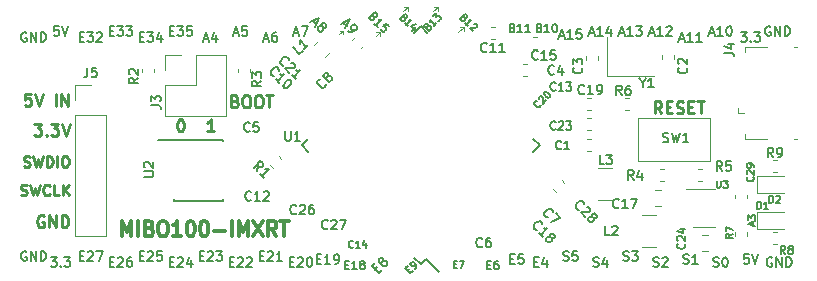
<source format=gto>
G04 #@! TF.GenerationSoftware,KiCad,Pcbnew,(5.0.0)*
G04 #@! TF.CreationDate,2018-10-22T10:35:43+02:00*
G04 #@! TF.ProjectId,mibo100_imxrt,6D69626F3130305F696D7872742E6B69,rev?*
G04 #@! TF.SameCoordinates,PX695f190PY429d390*
G04 #@! TF.FileFunction,Legend,Top*
G04 #@! TF.FilePolarity,Positive*
%FSLAX46Y46*%
G04 Gerber Fmt 4.6, Leading zero omitted, Abs format (unit mm)*
G04 Created by KiCad (PCBNEW (5.0.0)) date 10/22/18 10:35:43*
%MOMM*%
%LPD*%
G01*
G04 APERTURE LIST*
%ADD10C,0.150000*%
%ADD11C,0.250000*%
%ADD12C,0.300000*%
%ADD13C,0.225000*%
%ADD14C,0.120000*%
%ADD15C,0.200000*%
%ADD16C,0.175000*%
G04 APERTURE END LIST*
D10*
X62457000Y-19478571D02*
X62457000Y-19192857D01*
X62628428Y-19535714D02*
X62028428Y-19335714D01*
X62628428Y-19135714D01*
X62028428Y-18992857D02*
X62028428Y-18621428D01*
X62257000Y-18821428D01*
X62257000Y-18735714D01*
X62285571Y-18678571D01*
X62314142Y-18650000D01*
X62371285Y-18621428D01*
X62514142Y-18621428D01*
X62571285Y-18650000D01*
X62599857Y-18678571D01*
X62628428Y-18735714D01*
X62628428Y-18907142D01*
X62599857Y-18964285D01*
X62571285Y-18992857D01*
D11*
X54681619Y-9977380D02*
X54348285Y-9501190D01*
X54110190Y-9977380D02*
X54110190Y-8977380D01*
X54491142Y-8977380D01*
X54586380Y-9025000D01*
X54634000Y-9072619D01*
X54681619Y-9167857D01*
X54681619Y-9310714D01*
X54634000Y-9405952D01*
X54586380Y-9453571D01*
X54491142Y-9501190D01*
X54110190Y-9501190D01*
X55110190Y-9453571D02*
X55443523Y-9453571D01*
X55586380Y-9977380D02*
X55110190Y-9977380D01*
X55110190Y-8977380D01*
X55586380Y-8977380D01*
X55967333Y-9929761D02*
X56110190Y-9977380D01*
X56348285Y-9977380D01*
X56443523Y-9929761D01*
X56491142Y-9882142D01*
X56538761Y-9786904D01*
X56538761Y-9691666D01*
X56491142Y-9596428D01*
X56443523Y-9548809D01*
X56348285Y-9501190D01*
X56157809Y-9453571D01*
X56062571Y-9405952D01*
X56014952Y-9358333D01*
X55967333Y-9263095D01*
X55967333Y-9167857D01*
X56014952Y-9072619D01*
X56062571Y-9025000D01*
X56157809Y-8977380D01*
X56395904Y-8977380D01*
X56538761Y-9025000D01*
X56967333Y-9453571D02*
X57300666Y-9453571D01*
X57443523Y-9977380D02*
X56967333Y-9977380D01*
X56967333Y-8977380D01*
X57443523Y-8977380D01*
X57729238Y-8977380D02*
X58300666Y-8977380D01*
X58014952Y-9977380D02*
X58014952Y-8977380D01*
D12*
X8989714Y-20400095D02*
X8989714Y-19100095D01*
X9389714Y-20028666D01*
X9789714Y-19100095D01*
X9789714Y-20400095D01*
X10361142Y-20400095D02*
X10361142Y-19100095D01*
X11332571Y-19719142D02*
X11504000Y-19781047D01*
X11561142Y-19842952D01*
X11618285Y-19966761D01*
X11618285Y-20152476D01*
X11561142Y-20276285D01*
X11504000Y-20338190D01*
X11389714Y-20400095D01*
X10932571Y-20400095D01*
X10932571Y-19100095D01*
X11332571Y-19100095D01*
X11446857Y-19162000D01*
X11504000Y-19223904D01*
X11561142Y-19347714D01*
X11561142Y-19471523D01*
X11504000Y-19595333D01*
X11446857Y-19657238D01*
X11332571Y-19719142D01*
X10932571Y-19719142D01*
X12361142Y-19100095D02*
X12589714Y-19100095D01*
X12704000Y-19162000D01*
X12818285Y-19285809D01*
X12875428Y-19533428D01*
X12875428Y-19966761D01*
X12818285Y-20214380D01*
X12704000Y-20338190D01*
X12589714Y-20400095D01*
X12361142Y-20400095D01*
X12246857Y-20338190D01*
X12132571Y-20214380D01*
X12075428Y-19966761D01*
X12075428Y-19533428D01*
X12132571Y-19285809D01*
X12246857Y-19162000D01*
X12361142Y-19100095D01*
X14018285Y-20400095D02*
X13332571Y-20400095D01*
X13675428Y-20400095D02*
X13675428Y-19100095D01*
X13561142Y-19285809D01*
X13446857Y-19409619D01*
X13332571Y-19471523D01*
X14761142Y-19100095D02*
X14875428Y-19100095D01*
X14989714Y-19162000D01*
X15046857Y-19223904D01*
X15104000Y-19347714D01*
X15161142Y-19595333D01*
X15161142Y-19904857D01*
X15104000Y-20152476D01*
X15046857Y-20276285D01*
X14989714Y-20338190D01*
X14875428Y-20400095D01*
X14761142Y-20400095D01*
X14646857Y-20338190D01*
X14589714Y-20276285D01*
X14532571Y-20152476D01*
X14475428Y-19904857D01*
X14475428Y-19595333D01*
X14532571Y-19347714D01*
X14589714Y-19223904D01*
X14646857Y-19162000D01*
X14761142Y-19100095D01*
X15904000Y-19100095D02*
X16018285Y-19100095D01*
X16132571Y-19162000D01*
X16189714Y-19223904D01*
X16246857Y-19347714D01*
X16304000Y-19595333D01*
X16304000Y-19904857D01*
X16246857Y-20152476D01*
X16189714Y-20276285D01*
X16132571Y-20338190D01*
X16018285Y-20400095D01*
X15904000Y-20400095D01*
X15789714Y-20338190D01*
X15732571Y-20276285D01*
X15675428Y-20152476D01*
X15618285Y-19904857D01*
X15618285Y-19595333D01*
X15675428Y-19347714D01*
X15732571Y-19223904D01*
X15789714Y-19162000D01*
X15904000Y-19100095D01*
X16818285Y-19904857D02*
X17732571Y-19904857D01*
X18304000Y-20400095D02*
X18304000Y-19100095D01*
X18875428Y-20400095D02*
X18875428Y-19100095D01*
X19275428Y-20028666D01*
X19675428Y-19100095D01*
X19675428Y-20400095D01*
X20132571Y-19100095D02*
X20932571Y-20400095D01*
X20932571Y-19100095D02*
X20132571Y-20400095D01*
X22075428Y-20400095D02*
X21675428Y-19781047D01*
X21389714Y-20400095D02*
X21389714Y-19100095D01*
X21846857Y-19100095D01*
X21961142Y-19162000D01*
X22018285Y-19223904D01*
X22075428Y-19347714D01*
X22075428Y-19533428D01*
X22018285Y-19657238D01*
X21961142Y-19719142D01*
X21846857Y-19781047D01*
X21389714Y-19781047D01*
X22418285Y-19100095D02*
X23104000Y-19100095D01*
X22761142Y-20400095D02*
X22761142Y-19100095D01*
D11*
X2377785Y-18677000D02*
X2282547Y-18629380D01*
X2139690Y-18629380D01*
X1996833Y-18677000D01*
X1901595Y-18772238D01*
X1853976Y-18867476D01*
X1806357Y-19057952D01*
X1806357Y-19200809D01*
X1853976Y-19391285D01*
X1901595Y-19486523D01*
X1996833Y-19581761D01*
X2139690Y-19629380D01*
X2234928Y-19629380D01*
X2377785Y-19581761D01*
X2425404Y-19534142D01*
X2425404Y-19200809D01*
X2234928Y-19200809D01*
X2853976Y-19629380D02*
X2853976Y-18629380D01*
X3425404Y-19629380D01*
X3425404Y-18629380D01*
X3901595Y-19629380D02*
X3901595Y-18629380D01*
X4139690Y-18629380D01*
X4282547Y-18677000D01*
X4377785Y-18772238D01*
X4425404Y-18867476D01*
X4473023Y-19057952D01*
X4473023Y-19200809D01*
X4425404Y-19391285D01*
X4377785Y-19486523D01*
X4282547Y-19581761D01*
X4139690Y-19629380D01*
X3901595Y-19629380D01*
D13*
X436892Y-16874285D02*
X565464Y-16917142D01*
X779750Y-16917142D01*
X865464Y-16874285D01*
X908321Y-16831428D01*
X951178Y-16745714D01*
X951178Y-16660000D01*
X908321Y-16574285D01*
X865464Y-16531428D01*
X779750Y-16488571D01*
X608321Y-16445714D01*
X522607Y-16402857D01*
X479750Y-16360000D01*
X436892Y-16274285D01*
X436892Y-16188571D01*
X479750Y-16102857D01*
X522607Y-16060000D01*
X608321Y-16017142D01*
X822607Y-16017142D01*
X951178Y-16060000D01*
X1251178Y-16017142D02*
X1465464Y-16917142D01*
X1636892Y-16274285D01*
X1808321Y-16917142D01*
X2022607Y-16017142D01*
X2879750Y-16831428D02*
X2836892Y-16874285D01*
X2708321Y-16917142D01*
X2622607Y-16917142D01*
X2494035Y-16874285D01*
X2408321Y-16788571D01*
X2365464Y-16702857D01*
X2322607Y-16531428D01*
X2322607Y-16402857D01*
X2365464Y-16231428D01*
X2408321Y-16145714D01*
X2494035Y-16060000D01*
X2622607Y-16017142D01*
X2708321Y-16017142D01*
X2836892Y-16060000D01*
X2879750Y-16102857D01*
X3694035Y-16917142D02*
X3265464Y-16917142D01*
X3265464Y-16017142D01*
X3994035Y-16917142D02*
X3994035Y-16017142D01*
X4508321Y-16917142D02*
X4122607Y-16402857D01*
X4508321Y-16017142D02*
X3994035Y-16531428D01*
X694035Y-14461285D02*
X822607Y-14504142D01*
X1036892Y-14504142D01*
X1122607Y-14461285D01*
X1165464Y-14418428D01*
X1208321Y-14332714D01*
X1208321Y-14247000D01*
X1165464Y-14161285D01*
X1122607Y-14118428D01*
X1036892Y-14075571D01*
X865464Y-14032714D01*
X779750Y-13989857D01*
X736892Y-13947000D01*
X694035Y-13861285D01*
X694035Y-13775571D01*
X736892Y-13689857D01*
X779750Y-13647000D01*
X865464Y-13604142D01*
X1079750Y-13604142D01*
X1208321Y-13647000D01*
X1508321Y-13604142D02*
X1722607Y-14504142D01*
X1894035Y-13861285D01*
X2065464Y-14504142D01*
X2279750Y-13604142D01*
X2622607Y-14504142D02*
X2622607Y-13604142D01*
X2836892Y-13604142D01*
X2965464Y-13647000D01*
X3051178Y-13732714D01*
X3094035Y-13818428D01*
X3136892Y-13989857D01*
X3136892Y-14118428D01*
X3094035Y-14289857D01*
X3051178Y-14375571D01*
X2965464Y-14461285D01*
X2836892Y-14504142D01*
X2622607Y-14504142D01*
X3522607Y-14504142D02*
X3522607Y-13604142D01*
X4122607Y-13604142D02*
X4294035Y-13604142D01*
X4379750Y-13647000D01*
X4465464Y-13732714D01*
X4508321Y-13904142D01*
X4508321Y-14204142D01*
X4465464Y-14375571D01*
X4379750Y-14461285D01*
X4294035Y-14504142D01*
X4122607Y-14504142D01*
X4036892Y-14461285D01*
X3951178Y-14375571D01*
X3908321Y-14204142D01*
X3908321Y-13904142D01*
X3951178Y-13732714D01*
X4036892Y-13647000D01*
X4122607Y-13604142D01*
D11*
X1568261Y-10882380D02*
X2187309Y-10882380D01*
X1853976Y-11263333D01*
X1996833Y-11263333D01*
X2092071Y-11310952D01*
X2139690Y-11358571D01*
X2187309Y-11453809D01*
X2187309Y-11691904D01*
X2139690Y-11787142D01*
X2092071Y-11834761D01*
X1996833Y-11882380D01*
X1711119Y-11882380D01*
X1615880Y-11834761D01*
X1568261Y-11787142D01*
X2615880Y-11787142D02*
X2663500Y-11834761D01*
X2615880Y-11882380D01*
X2568261Y-11834761D01*
X2615880Y-11787142D01*
X2615880Y-11882380D01*
X2996833Y-10882380D02*
X3615880Y-10882380D01*
X3282547Y-11263333D01*
X3425404Y-11263333D01*
X3520642Y-11310952D01*
X3568261Y-11358571D01*
X3615880Y-11453809D01*
X3615880Y-11691904D01*
X3568261Y-11787142D01*
X3520642Y-11834761D01*
X3425404Y-11882380D01*
X3139690Y-11882380D01*
X3044452Y-11834761D01*
X2996833Y-11787142D01*
X3901595Y-10882380D02*
X4234928Y-11882380D01*
X4568261Y-10882380D01*
X1282547Y-8342380D02*
X806357Y-8342380D01*
X758738Y-8818571D01*
X806357Y-8770952D01*
X901595Y-8723333D01*
X1139690Y-8723333D01*
X1234928Y-8770952D01*
X1282547Y-8818571D01*
X1330166Y-8913809D01*
X1330166Y-9151904D01*
X1282547Y-9247142D01*
X1234928Y-9294761D01*
X1139690Y-9342380D01*
X901595Y-9342380D01*
X806357Y-9294761D01*
X758738Y-9247142D01*
X1615880Y-8342380D02*
X1949214Y-9342380D01*
X2282547Y-8342380D01*
X3377785Y-9342380D02*
X3377785Y-8342380D01*
X3853976Y-9342380D02*
X3853976Y-8342380D01*
X4425404Y-9342380D01*
X4425404Y-8342380D01*
X16795714Y-11501380D02*
X16224285Y-11501380D01*
X16510000Y-11501380D02*
X16510000Y-10501380D01*
X16414761Y-10644238D01*
X16319523Y-10739476D01*
X16224285Y-10787095D01*
X13922380Y-10501380D02*
X14017619Y-10501380D01*
X14112857Y-10549000D01*
X14160476Y-10596619D01*
X14208095Y-10691857D01*
X14255714Y-10882333D01*
X14255714Y-11120428D01*
X14208095Y-11310904D01*
X14160476Y-11406142D01*
X14112857Y-11453761D01*
X14017619Y-11501380D01*
X13922380Y-11501380D01*
X13827142Y-11453761D01*
X13779523Y-11406142D01*
X13731904Y-11310904D01*
X13684285Y-11120428D01*
X13684285Y-10882333D01*
X13731904Y-10691857D01*
X13779523Y-10596619D01*
X13827142Y-10549000D01*
X13922380Y-10501380D01*
X18581857Y-8945571D02*
X18724714Y-8993190D01*
X18772333Y-9040809D01*
X18819952Y-9136047D01*
X18819952Y-9278904D01*
X18772333Y-9374142D01*
X18724714Y-9421761D01*
X18629476Y-9469380D01*
X18248523Y-9469380D01*
X18248523Y-8469380D01*
X18581857Y-8469380D01*
X18677095Y-8517000D01*
X18724714Y-8564619D01*
X18772333Y-8659857D01*
X18772333Y-8755095D01*
X18724714Y-8850333D01*
X18677095Y-8897952D01*
X18581857Y-8945571D01*
X18248523Y-8945571D01*
X19439000Y-8469380D02*
X19629476Y-8469380D01*
X19724714Y-8517000D01*
X19819952Y-8612238D01*
X19867571Y-8802714D01*
X19867571Y-9136047D01*
X19819952Y-9326523D01*
X19724714Y-9421761D01*
X19629476Y-9469380D01*
X19439000Y-9469380D01*
X19343761Y-9421761D01*
X19248523Y-9326523D01*
X19200904Y-9136047D01*
X19200904Y-8802714D01*
X19248523Y-8612238D01*
X19343761Y-8517000D01*
X19439000Y-8469380D01*
X20486619Y-8469380D02*
X20677095Y-8469380D01*
X20772333Y-8517000D01*
X20867571Y-8612238D01*
X20915190Y-8802714D01*
X20915190Y-9136047D01*
X20867571Y-9326523D01*
X20772333Y-9421761D01*
X20677095Y-9469380D01*
X20486619Y-9469380D01*
X20391380Y-9421761D01*
X20296142Y-9326523D01*
X20248523Y-9136047D01*
X20248523Y-8802714D01*
X20296142Y-8612238D01*
X20391380Y-8517000D01*
X20486619Y-8469380D01*
X21200904Y-8469380D02*
X21772333Y-8469380D01*
X21486619Y-9469380D02*
X21486619Y-8469380D01*
D14*
X33210500Y-1016000D02*
X32829500Y-1333500D01*
X33210500Y-1016000D02*
X33210500Y-1333500D01*
X33210500Y-1016000D02*
X32893000Y-1016000D01*
X35750500Y-1016000D02*
X35369500Y-1333500D01*
X35750500Y-1016000D02*
X35750500Y-1333500D01*
X35750500Y-1016000D02*
X35433000Y-1016000D01*
X27749500Y-2984500D02*
X27368500Y-3302000D01*
X27749500Y-2984500D02*
X27749500Y-3302000D01*
X27749500Y-2984500D02*
X27432000Y-2984500D01*
X30861000Y-3111500D02*
X30480000Y-3429000D01*
X30861000Y-3111500D02*
X30543500Y-3111500D01*
X30861000Y-3111500D02*
X30861000Y-3429000D01*
X37973000Y-2667000D02*
X37973000Y-2984500D01*
X37973000Y-2667000D02*
X37655500Y-2667000D01*
X37973000Y-2667000D02*
X37465000Y-3111500D01*
D15*
X914476Y-3156000D02*
X838285Y-3117904D01*
X724000Y-3117904D01*
X609714Y-3156000D01*
X533523Y-3232190D01*
X495428Y-3308380D01*
X457333Y-3460761D01*
X457333Y-3575047D01*
X495428Y-3727428D01*
X533523Y-3803619D01*
X609714Y-3879809D01*
X724000Y-3917904D01*
X800190Y-3917904D01*
X914476Y-3879809D01*
X952571Y-3841714D01*
X952571Y-3575047D01*
X800190Y-3575047D01*
X1295428Y-3917904D02*
X1295428Y-3117904D01*
X1752571Y-3917904D01*
X1752571Y-3117904D01*
X2133523Y-3917904D02*
X2133523Y-3117904D01*
X2324000Y-3117904D01*
X2438285Y-3156000D01*
X2514476Y-3232190D01*
X2552571Y-3308380D01*
X2590666Y-3460761D01*
X2590666Y-3575047D01*
X2552571Y-3727428D01*
X2514476Y-3803619D01*
X2438285Y-3879809D01*
X2324000Y-3917904D01*
X2133523Y-3917904D01*
X3657619Y-2609904D02*
X3276666Y-2609904D01*
X3238571Y-2990857D01*
X3276666Y-2952761D01*
X3352857Y-2914666D01*
X3543333Y-2914666D01*
X3619523Y-2952761D01*
X3657619Y-2990857D01*
X3695714Y-3067047D01*
X3695714Y-3257523D01*
X3657619Y-3333714D01*
X3619523Y-3371809D01*
X3543333Y-3409904D01*
X3352857Y-3409904D01*
X3276666Y-3371809D01*
X3238571Y-3333714D01*
X3924285Y-2609904D02*
X4190952Y-3409904D01*
X4457619Y-2609904D01*
X5416666Y-3498857D02*
X5683333Y-3498857D01*
X5797619Y-3917904D02*
X5416666Y-3917904D01*
X5416666Y-3117904D01*
X5797619Y-3117904D01*
X6064285Y-3117904D02*
X6559523Y-3117904D01*
X6292857Y-3422666D01*
X6407142Y-3422666D01*
X6483333Y-3460761D01*
X6521428Y-3498857D01*
X6559523Y-3575047D01*
X6559523Y-3765523D01*
X6521428Y-3841714D01*
X6483333Y-3879809D01*
X6407142Y-3917904D01*
X6178571Y-3917904D01*
X6102380Y-3879809D01*
X6064285Y-3841714D01*
X6864285Y-3194095D02*
X6902380Y-3156000D01*
X6978571Y-3117904D01*
X7169047Y-3117904D01*
X7245238Y-3156000D01*
X7283333Y-3194095D01*
X7321428Y-3270285D01*
X7321428Y-3346476D01*
X7283333Y-3460761D01*
X6826190Y-3917904D01*
X7321428Y-3917904D01*
X7956666Y-2990857D02*
X8223333Y-2990857D01*
X8337619Y-3409904D02*
X7956666Y-3409904D01*
X7956666Y-2609904D01*
X8337619Y-2609904D01*
X8604285Y-2609904D02*
X9099523Y-2609904D01*
X8832857Y-2914666D01*
X8947142Y-2914666D01*
X9023333Y-2952761D01*
X9061428Y-2990857D01*
X9099523Y-3067047D01*
X9099523Y-3257523D01*
X9061428Y-3333714D01*
X9023333Y-3371809D01*
X8947142Y-3409904D01*
X8718571Y-3409904D01*
X8642380Y-3371809D01*
X8604285Y-3333714D01*
X9366190Y-2609904D02*
X9861428Y-2609904D01*
X9594761Y-2914666D01*
X9709047Y-2914666D01*
X9785238Y-2952761D01*
X9823333Y-2990857D01*
X9861428Y-3067047D01*
X9861428Y-3257523D01*
X9823333Y-3333714D01*
X9785238Y-3371809D01*
X9709047Y-3409904D01*
X9480476Y-3409904D01*
X9404285Y-3371809D01*
X9366190Y-3333714D01*
X10496666Y-3498857D02*
X10763333Y-3498857D01*
X10877619Y-3917904D02*
X10496666Y-3917904D01*
X10496666Y-3117904D01*
X10877619Y-3117904D01*
X11144285Y-3117904D02*
X11639523Y-3117904D01*
X11372857Y-3422666D01*
X11487142Y-3422666D01*
X11563333Y-3460761D01*
X11601428Y-3498857D01*
X11639523Y-3575047D01*
X11639523Y-3765523D01*
X11601428Y-3841714D01*
X11563333Y-3879809D01*
X11487142Y-3917904D01*
X11258571Y-3917904D01*
X11182380Y-3879809D01*
X11144285Y-3841714D01*
X12325238Y-3384571D02*
X12325238Y-3917904D01*
X12134761Y-3079809D02*
X11944285Y-3651238D01*
X12439523Y-3651238D01*
X13036666Y-2990857D02*
X13303333Y-2990857D01*
X13417619Y-3409904D02*
X13036666Y-3409904D01*
X13036666Y-2609904D01*
X13417619Y-2609904D01*
X13684285Y-2609904D02*
X14179523Y-2609904D01*
X13912857Y-2914666D01*
X14027142Y-2914666D01*
X14103333Y-2952761D01*
X14141428Y-2990857D01*
X14179523Y-3067047D01*
X14179523Y-3257523D01*
X14141428Y-3333714D01*
X14103333Y-3371809D01*
X14027142Y-3409904D01*
X13798571Y-3409904D01*
X13722380Y-3371809D01*
X13684285Y-3333714D01*
X14903333Y-2609904D02*
X14522380Y-2609904D01*
X14484285Y-2990857D01*
X14522380Y-2952761D01*
X14598571Y-2914666D01*
X14789047Y-2914666D01*
X14865238Y-2952761D01*
X14903333Y-2990857D01*
X14941428Y-3067047D01*
X14941428Y-3257523D01*
X14903333Y-3333714D01*
X14865238Y-3371809D01*
X14789047Y-3409904D01*
X14598571Y-3409904D01*
X14522380Y-3371809D01*
X14484285Y-3333714D01*
X15938571Y-3689333D02*
X16319523Y-3689333D01*
X15862380Y-3917904D02*
X16129047Y-3117904D01*
X16395714Y-3917904D01*
X17005238Y-3384571D02*
X17005238Y-3917904D01*
X16814761Y-3079809D02*
X16624285Y-3651238D01*
X17119523Y-3651238D01*
X18478571Y-3181333D02*
X18859523Y-3181333D01*
X18402380Y-3409904D02*
X18669047Y-2609904D01*
X18935714Y-3409904D01*
X19583333Y-2609904D02*
X19202380Y-2609904D01*
X19164285Y-2990857D01*
X19202380Y-2952761D01*
X19278571Y-2914666D01*
X19469047Y-2914666D01*
X19545238Y-2952761D01*
X19583333Y-2990857D01*
X19621428Y-3067047D01*
X19621428Y-3257523D01*
X19583333Y-3333714D01*
X19545238Y-3371809D01*
X19469047Y-3409904D01*
X19278571Y-3409904D01*
X19202380Y-3371809D01*
X19164285Y-3333714D01*
X21018571Y-3689333D02*
X21399523Y-3689333D01*
X20942380Y-3917904D02*
X21209047Y-3117904D01*
X21475714Y-3917904D01*
X22085238Y-3117904D02*
X21932857Y-3117904D01*
X21856666Y-3156000D01*
X21818571Y-3194095D01*
X21742380Y-3308380D01*
X21704285Y-3460761D01*
X21704285Y-3765523D01*
X21742380Y-3841714D01*
X21780476Y-3879809D01*
X21856666Y-3917904D01*
X22009047Y-3917904D01*
X22085238Y-3879809D01*
X22123333Y-3841714D01*
X22161428Y-3765523D01*
X22161428Y-3575047D01*
X22123333Y-3498857D01*
X22085238Y-3460761D01*
X22009047Y-3422666D01*
X21856666Y-3422666D01*
X21780476Y-3460761D01*
X21742380Y-3498857D01*
X21704285Y-3575047D01*
X23558571Y-3181333D02*
X23939523Y-3181333D01*
X23482380Y-3409904D02*
X23749047Y-2609904D01*
X24015714Y-3409904D01*
X24206190Y-2609904D02*
X24739523Y-2609904D01*
X24396666Y-3409904D01*
X25155658Y-2166719D02*
X25425032Y-2436093D01*
X24940158Y-2274469D02*
X25694406Y-1897345D01*
X25317282Y-2651593D01*
X25909905Y-2597718D02*
X25882967Y-2516906D01*
X25882967Y-2463031D01*
X25909905Y-2382219D01*
X25936842Y-2355281D01*
X26017654Y-2328344D01*
X26071529Y-2328344D01*
X26152341Y-2355281D01*
X26260091Y-2463031D01*
X26287028Y-2543843D01*
X26287028Y-2597718D01*
X26260091Y-2678530D01*
X26233154Y-2705467D01*
X26152341Y-2732405D01*
X26098467Y-2732405D01*
X26017654Y-2705467D01*
X25909905Y-2597718D01*
X25829093Y-2570780D01*
X25775218Y-2570780D01*
X25694406Y-2597718D01*
X25586656Y-2705467D01*
X25559719Y-2786280D01*
X25559719Y-2840154D01*
X25586656Y-2920967D01*
X25694406Y-3028716D01*
X25775218Y-3055654D01*
X25829093Y-3055654D01*
X25909905Y-3028716D01*
X26017654Y-2920967D01*
X26044592Y-2840154D01*
X26044592Y-2786280D01*
X26017654Y-2705467D01*
X27759158Y-2293719D02*
X28028532Y-2563093D01*
X27543658Y-2401469D02*
X28297906Y-2024345D01*
X27920782Y-2778593D01*
X28136281Y-2994092D02*
X28244031Y-3101841D01*
X28324843Y-3128779D01*
X28378718Y-3128779D01*
X28513405Y-3101841D01*
X28648092Y-3021029D01*
X28863591Y-2805530D01*
X28890528Y-2724718D01*
X28890528Y-2670843D01*
X28863591Y-2590031D01*
X28755841Y-2482281D01*
X28675029Y-2455344D01*
X28621154Y-2455344D01*
X28540342Y-2482281D01*
X28405655Y-2616968D01*
X28378718Y-2697780D01*
X28378718Y-2751655D01*
X28405655Y-2832467D01*
X28513405Y-2940217D01*
X28594217Y-2967154D01*
X28648092Y-2967154D01*
X28728904Y-2940217D01*
D16*
X30333306Y-1814595D02*
X30380446Y-1908876D01*
X30380446Y-1956016D01*
X30356876Y-2026727D01*
X30286165Y-2097438D01*
X30215455Y-2121008D01*
X30168314Y-2121008D01*
X30097603Y-2097438D01*
X29909042Y-1908876D01*
X30404016Y-1413901D01*
X30569008Y-1578893D01*
X30592578Y-1649603D01*
X30592578Y-1696744D01*
X30569008Y-1767455D01*
X30521867Y-1814595D01*
X30451157Y-1838165D01*
X30404016Y-1838165D01*
X30333306Y-1814595D01*
X30168314Y-1649603D01*
X30663289Y-2663123D02*
X30380446Y-2380280D01*
X30521867Y-2521702D02*
X31016842Y-2026727D01*
X30898991Y-2050297D01*
X30804710Y-2050297D01*
X30734000Y-2026727D01*
X31606098Y-2615983D02*
X31370396Y-2380280D01*
X31111123Y-2592412D01*
X31158264Y-2592412D01*
X31228974Y-2615983D01*
X31346825Y-2733834D01*
X31370396Y-2804544D01*
X31370396Y-2851685D01*
X31346825Y-2922396D01*
X31228974Y-3040247D01*
X31158264Y-3063817D01*
X31111123Y-3063817D01*
X31040412Y-3040247D01*
X30922561Y-2922396D01*
X30898991Y-2851685D01*
X30898991Y-2804544D01*
D10*
X32930548Y-1881938D02*
X32970954Y-1962751D01*
X32970954Y-2003157D01*
X32950751Y-2063766D01*
X32890142Y-2124375D01*
X32829532Y-2144578D01*
X32789126Y-2144578D01*
X32728517Y-2124375D01*
X32566893Y-1962751D01*
X32991157Y-1538487D01*
X33132578Y-1679908D01*
X33152781Y-1740517D01*
X33152781Y-1780923D01*
X33132578Y-1841532D01*
X33092172Y-1881938D01*
X33031563Y-1902142D01*
X32991157Y-1902142D01*
X32930548Y-1881938D01*
X32789126Y-1740517D01*
X33213390Y-2609248D02*
X32970954Y-2366812D01*
X33092172Y-2488030D02*
X33516436Y-2063766D01*
X33415421Y-2083969D01*
X33334609Y-2083969D01*
X33274000Y-2063766D01*
X33859888Y-2690061D02*
X33577045Y-2972903D01*
X33920497Y-2427421D02*
X33516436Y-2629451D01*
X33779076Y-2892091D01*
X34901938Y-2629451D02*
X34982751Y-2589045D01*
X35023157Y-2589045D01*
X35083766Y-2609248D01*
X35144375Y-2669857D01*
X35164578Y-2730467D01*
X35164578Y-2770873D01*
X35144375Y-2831482D01*
X34982751Y-2993106D01*
X34558487Y-2568842D01*
X34699908Y-2427421D01*
X34760517Y-2407218D01*
X34800923Y-2407218D01*
X34861532Y-2427421D01*
X34901938Y-2467827D01*
X34922142Y-2528436D01*
X34922142Y-2568842D01*
X34901938Y-2629451D01*
X34760517Y-2770873D01*
X35629248Y-2346609D02*
X35386812Y-2589045D01*
X35508030Y-2467827D02*
X35083766Y-2043563D01*
X35103969Y-2144578D01*
X35103969Y-2225390D01*
X35083766Y-2286000D01*
X35346406Y-1780923D02*
X35609045Y-1518284D01*
X35629248Y-1821329D01*
X35689857Y-1760720D01*
X35750467Y-1740517D01*
X35790873Y-1740517D01*
X35851482Y-1760720D01*
X35952497Y-1861735D01*
X35972700Y-1922345D01*
X35972700Y-1962751D01*
X35952497Y-2023360D01*
X35831279Y-2144578D01*
X35770670Y-2164781D01*
X35730264Y-2164781D01*
X38010548Y-1881938D02*
X38050954Y-1962751D01*
X38050954Y-2003157D01*
X38030751Y-2063766D01*
X37970142Y-2124375D01*
X37909532Y-2144578D01*
X37869126Y-2144578D01*
X37808517Y-2124375D01*
X37646893Y-1962751D01*
X38071157Y-1538487D01*
X38212578Y-1679908D01*
X38232781Y-1740517D01*
X38232781Y-1780923D01*
X38212578Y-1841532D01*
X38172172Y-1881938D01*
X38111563Y-1902142D01*
X38071157Y-1902142D01*
X38010548Y-1881938D01*
X37869126Y-1740517D01*
X38293390Y-2609248D02*
X38050954Y-2366812D01*
X38172172Y-2488030D02*
X38596436Y-2063766D01*
X38495421Y-2083969D01*
X38414609Y-2083969D01*
X38354000Y-2063766D01*
X38838873Y-2387015D02*
X38879279Y-2387015D01*
X38939888Y-2407218D01*
X39040903Y-2508233D01*
X39061106Y-2568842D01*
X39061106Y-2609248D01*
X39040903Y-2669857D01*
X39000497Y-2710264D01*
X38919685Y-2750670D01*
X38434812Y-2750670D01*
X38697451Y-3013309D01*
D16*
X42055333Y-2744000D02*
X42155333Y-2777333D01*
X42188666Y-2810666D01*
X42222000Y-2877333D01*
X42222000Y-2977333D01*
X42188666Y-3044000D01*
X42155333Y-3077333D01*
X42088666Y-3110666D01*
X41822000Y-3110666D01*
X41822000Y-2410666D01*
X42055333Y-2410666D01*
X42122000Y-2444000D01*
X42155333Y-2477333D01*
X42188666Y-2544000D01*
X42188666Y-2610666D01*
X42155333Y-2677333D01*
X42122000Y-2710666D01*
X42055333Y-2744000D01*
X41822000Y-2744000D01*
X42888666Y-3110666D02*
X42488666Y-3110666D01*
X42688666Y-3110666D02*
X42688666Y-2410666D01*
X42622000Y-2510666D01*
X42555333Y-2577333D01*
X42488666Y-2610666D01*
X43555333Y-3110666D02*
X43155333Y-3110666D01*
X43355333Y-3110666D02*
X43355333Y-2410666D01*
X43288666Y-2510666D01*
X43222000Y-2577333D01*
X43155333Y-2610666D01*
X44341333Y-2744000D02*
X44441333Y-2777333D01*
X44474666Y-2810666D01*
X44508000Y-2877333D01*
X44508000Y-2977333D01*
X44474666Y-3044000D01*
X44441333Y-3077333D01*
X44374666Y-3110666D01*
X44108000Y-3110666D01*
X44108000Y-2410666D01*
X44341333Y-2410666D01*
X44408000Y-2444000D01*
X44441333Y-2477333D01*
X44474666Y-2544000D01*
X44474666Y-2610666D01*
X44441333Y-2677333D01*
X44408000Y-2710666D01*
X44341333Y-2744000D01*
X44108000Y-2744000D01*
X45174666Y-3110666D02*
X44774666Y-3110666D01*
X44974666Y-3110666D02*
X44974666Y-2410666D01*
X44908000Y-2510666D01*
X44841333Y-2577333D01*
X44774666Y-2610666D01*
X45608000Y-2410666D02*
X45674666Y-2410666D01*
X45741333Y-2444000D01*
X45774666Y-2477333D01*
X45808000Y-2544000D01*
X45841333Y-2677333D01*
X45841333Y-2844000D01*
X45808000Y-2977333D01*
X45774666Y-3044000D01*
X45741333Y-3077333D01*
X45674666Y-3110666D01*
X45608000Y-3110666D01*
X45541333Y-3077333D01*
X45508000Y-3044000D01*
X45474666Y-2977333D01*
X45441333Y-2844000D01*
X45441333Y-2677333D01*
X45474666Y-2544000D01*
X45508000Y-2477333D01*
X45541333Y-2444000D01*
X45608000Y-2410666D01*
D15*
X46037619Y-3435333D02*
X46418571Y-3435333D01*
X45961428Y-3663904D02*
X46228095Y-2863904D01*
X46494761Y-3663904D01*
X47180476Y-3663904D02*
X46723333Y-3663904D01*
X46951904Y-3663904D02*
X46951904Y-2863904D01*
X46875714Y-2978190D01*
X46799523Y-3054380D01*
X46723333Y-3092476D01*
X47904285Y-2863904D02*
X47523333Y-2863904D01*
X47485238Y-3244857D01*
X47523333Y-3206761D01*
X47599523Y-3168666D01*
X47790000Y-3168666D01*
X47866190Y-3206761D01*
X47904285Y-3244857D01*
X47942380Y-3321047D01*
X47942380Y-3511523D01*
X47904285Y-3587714D01*
X47866190Y-3625809D01*
X47790000Y-3663904D01*
X47599523Y-3663904D01*
X47523333Y-3625809D01*
X47485238Y-3587714D01*
X48577619Y-3181333D02*
X48958571Y-3181333D01*
X48501428Y-3409904D02*
X48768095Y-2609904D01*
X49034761Y-3409904D01*
X49720476Y-3409904D02*
X49263333Y-3409904D01*
X49491904Y-3409904D02*
X49491904Y-2609904D01*
X49415714Y-2724190D01*
X49339523Y-2800380D01*
X49263333Y-2838476D01*
X50406190Y-2876571D02*
X50406190Y-3409904D01*
X50215714Y-2571809D02*
X50025238Y-3143238D01*
X50520476Y-3143238D01*
X51117619Y-3181333D02*
X51498571Y-3181333D01*
X51041428Y-3409904D02*
X51308095Y-2609904D01*
X51574761Y-3409904D01*
X52260476Y-3409904D02*
X51803333Y-3409904D01*
X52031904Y-3409904D02*
X52031904Y-2609904D01*
X51955714Y-2724190D01*
X51879523Y-2800380D01*
X51803333Y-2838476D01*
X52527142Y-2609904D02*
X53022380Y-2609904D01*
X52755714Y-2914666D01*
X52870000Y-2914666D01*
X52946190Y-2952761D01*
X52984285Y-2990857D01*
X53022380Y-3067047D01*
X53022380Y-3257523D01*
X52984285Y-3333714D01*
X52946190Y-3371809D01*
X52870000Y-3409904D01*
X52641428Y-3409904D01*
X52565238Y-3371809D01*
X52527142Y-3333714D01*
X53657619Y-3181333D02*
X54038571Y-3181333D01*
X53581428Y-3409904D02*
X53848095Y-2609904D01*
X54114761Y-3409904D01*
X54800476Y-3409904D02*
X54343333Y-3409904D01*
X54571904Y-3409904D02*
X54571904Y-2609904D01*
X54495714Y-2724190D01*
X54419523Y-2800380D01*
X54343333Y-2838476D01*
X55105238Y-2686095D02*
X55143333Y-2648000D01*
X55219523Y-2609904D01*
X55410000Y-2609904D01*
X55486190Y-2648000D01*
X55524285Y-2686095D01*
X55562380Y-2762285D01*
X55562380Y-2838476D01*
X55524285Y-2952761D01*
X55067142Y-3409904D01*
X55562380Y-3409904D01*
X56197619Y-3689333D02*
X56578571Y-3689333D01*
X56121428Y-3917904D02*
X56388095Y-3117904D01*
X56654761Y-3917904D01*
X57340476Y-3917904D02*
X56883333Y-3917904D01*
X57111904Y-3917904D02*
X57111904Y-3117904D01*
X57035714Y-3232190D01*
X56959523Y-3308380D01*
X56883333Y-3346476D01*
X58102380Y-3917904D02*
X57645238Y-3917904D01*
X57873809Y-3917904D02*
X57873809Y-3117904D01*
X57797619Y-3232190D01*
X57721428Y-3308380D01*
X57645238Y-3346476D01*
X58737619Y-3181333D02*
X59118571Y-3181333D01*
X58661428Y-3409904D02*
X58928095Y-2609904D01*
X59194761Y-3409904D01*
X59880476Y-3409904D02*
X59423333Y-3409904D01*
X59651904Y-3409904D02*
X59651904Y-2609904D01*
X59575714Y-2724190D01*
X59499523Y-2800380D01*
X59423333Y-2838476D01*
X60375714Y-2609904D02*
X60451904Y-2609904D01*
X60528095Y-2648000D01*
X60566190Y-2686095D01*
X60604285Y-2762285D01*
X60642380Y-2914666D01*
X60642380Y-3105142D01*
X60604285Y-3257523D01*
X60566190Y-3333714D01*
X60528095Y-3371809D01*
X60451904Y-3409904D01*
X60375714Y-3409904D01*
X60299523Y-3371809D01*
X60261428Y-3333714D01*
X60223333Y-3257523D01*
X60185238Y-3105142D01*
X60185238Y-2914666D01*
X60223333Y-2762285D01*
X60261428Y-2686095D01*
X60299523Y-2648000D01*
X60375714Y-2609904D01*
X61391904Y-3117904D02*
X61887142Y-3117904D01*
X61620476Y-3422666D01*
X61734761Y-3422666D01*
X61810952Y-3460761D01*
X61849047Y-3498857D01*
X61887142Y-3575047D01*
X61887142Y-3765523D01*
X61849047Y-3841714D01*
X61810952Y-3879809D01*
X61734761Y-3917904D01*
X61506190Y-3917904D01*
X61430000Y-3879809D01*
X61391904Y-3841714D01*
X62230000Y-3841714D02*
X62268095Y-3879809D01*
X62230000Y-3917904D01*
X62191904Y-3879809D01*
X62230000Y-3841714D01*
X62230000Y-3917904D01*
X62534761Y-3117904D02*
X63030000Y-3117904D01*
X62763333Y-3422666D01*
X62877619Y-3422666D01*
X62953809Y-3460761D01*
X62991904Y-3498857D01*
X63030000Y-3575047D01*
X63030000Y-3765523D01*
X62991904Y-3841714D01*
X62953809Y-3879809D01*
X62877619Y-3917904D01*
X62649047Y-3917904D01*
X62572857Y-3879809D01*
X62534761Y-3841714D01*
X63906476Y-2648000D02*
X63830285Y-2609904D01*
X63716000Y-2609904D01*
X63601714Y-2648000D01*
X63525523Y-2724190D01*
X63487428Y-2800380D01*
X63449333Y-2952761D01*
X63449333Y-3067047D01*
X63487428Y-3219428D01*
X63525523Y-3295619D01*
X63601714Y-3371809D01*
X63716000Y-3409904D01*
X63792190Y-3409904D01*
X63906476Y-3371809D01*
X63944571Y-3333714D01*
X63944571Y-3067047D01*
X63792190Y-3067047D01*
X64287428Y-3409904D02*
X64287428Y-2609904D01*
X64744571Y-3409904D01*
X64744571Y-2609904D01*
X65125523Y-3409904D02*
X65125523Y-2609904D01*
X65316000Y-2609904D01*
X65430285Y-2648000D01*
X65506476Y-2724190D01*
X65544571Y-2800380D01*
X65582666Y-2952761D01*
X65582666Y-3067047D01*
X65544571Y-3219428D01*
X65506476Y-3295619D01*
X65430285Y-3371809D01*
X65316000Y-3409904D01*
X65125523Y-3409904D01*
X914476Y-21698000D02*
X838285Y-21659904D01*
X724000Y-21659904D01*
X609714Y-21698000D01*
X533523Y-21774190D01*
X495428Y-21850380D01*
X457333Y-22002761D01*
X457333Y-22117047D01*
X495428Y-22269428D01*
X533523Y-22345619D01*
X609714Y-22421809D01*
X724000Y-22459904D01*
X800190Y-22459904D01*
X914476Y-22421809D01*
X952571Y-22383714D01*
X952571Y-22117047D01*
X800190Y-22117047D01*
X1295428Y-22459904D02*
X1295428Y-21659904D01*
X1752571Y-22459904D01*
X1752571Y-21659904D01*
X2133523Y-22459904D02*
X2133523Y-21659904D01*
X2324000Y-21659904D01*
X2438285Y-21698000D01*
X2514476Y-21774190D01*
X2552571Y-21850380D01*
X2590666Y-22002761D01*
X2590666Y-22117047D01*
X2552571Y-22269428D01*
X2514476Y-22345619D01*
X2438285Y-22421809D01*
X2324000Y-22459904D01*
X2133523Y-22459904D01*
X2971904Y-22167904D02*
X3467142Y-22167904D01*
X3200476Y-22472666D01*
X3314761Y-22472666D01*
X3390952Y-22510761D01*
X3429047Y-22548857D01*
X3467142Y-22625047D01*
X3467142Y-22815523D01*
X3429047Y-22891714D01*
X3390952Y-22929809D01*
X3314761Y-22967904D01*
X3086190Y-22967904D01*
X3010000Y-22929809D01*
X2971904Y-22891714D01*
X3810000Y-22891714D02*
X3848095Y-22929809D01*
X3810000Y-22967904D01*
X3771904Y-22929809D01*
X3810000Y-22891714D01*
X3810000Y-22967904D01*
X4114761Y-22167904D02*
X4610000Y-22167904D01*
X4343333Y-22472666D01*
X4457619Y-22472666D01*
X4533809Y-22510761D01*
X4571904Y-22548857D01*
X4610000Y-22625047D01*
X4610000Y-22815523D01*
X4571904Y-22891714D01*
X4533809Y-22929809D01*
X4457619Y-22967904D01*
X4229047Y-22967904D01*
X4152857Y-22929809D01*
X4114761Y-22891714D01*
X5416666Y-22040857D02*
X5683333Y-22040857D01*
X5797619Y-22459904D02*
X5416666Y-22459904D01*
X5416666Y-21659904D01*
X5797619Y-21659904D01*
X6102380Y-21736095D02*
X6140476Y-21698000D01*
X6216666Y-21659904D01*
X6407142Y-21659904D01*
X6483333Y-21698000D01*
X6521428Y-21736095D01*
X6559523Y-21812285D01*
X6559523Y-21888476D01*
X6521428Y-22002761D01*
X6064285Y-22459904D01*
X6559523Y-22459904D01*
X6826190Y-21659904D02*
X7359523Y-21659904D01*
X7016666Y-22459904D01*
X7956666Y-22548857D02*
X8223333Y-22548857D01*
X8337619Y-22967904D02*
X7956666Y-22967904D01*
X7956666Y-22167904D01*
X8337619Y-22167904D01*
X8642380Y-22244095D02*
X8680476Y-22206000D01*
X8756666Y-22167904D01*
X8947142Y-22167904D01*
X9023333Y-22206000D01*
X9061428Y-22244095D01*
X9099523Y-22320285D01*
X9099523Y-22396476D01*
X9061428Y-22510761D01*
X8604285Y-22967904D01*
X9099523Y-22967904D01*
X9785238Y-22167904D02*
X9632857Y-22167904D01*
X9556666Y-22206000D01*
X9518571Y-22244095D01*
X9442380Y-22358380D01*
X9404285Y-22510761D01*
X9404285Y-22815523D01*
X9442380Y-22891714D01*
X9480476Y-22929809D01*
X9556666Y-22967904D01*
X9709047Y-22967904D01*
X9785238Y-22929809D01*
X9823333Y-22891714D01*
X9861428Y-22815523D01*
X9861428Y-22625047D01*
X9823333Y-22548857D01*
X9785238Y-22510761D01*
X9709047Y-22472666D01*
X9556666Y-22472666D01*
X9480476Y-22510761D01*
X9442380Y-22548857D01*
X9404285Y-22625047D01*
X10496666Y-22040857D02*
X10763333Y-22040857D01*
X10877619Y-22459904D02*
X10496666Y-22459904D01*
X10496666Y-21659904D01*
X10877619Y-21659904D01*
X11182380Y-21736095D02*
X11220476Y-21698000D01*
X11296666Y-21659904D01*
X11487142Y-21659904D01*
X11563333Y-21698000D01*
X11601428Y-21736095D01*
X11639523Y-21812285D01*
X11639523Y-21888476D01*
X11601428Y-22002761D01*
X11144285Y-22459904D01*
X11639523Y-22459904D01*
X12363333Y-21659904D02*
X11982380Y-21659904D01*
X11944285Y-22040857D01*
X11982380Y-22002761D01*
X12058571Y-21964666D01*
X12249047Y-21964666D01*
X12325238Y-22002761D01*
X12363333Y-22040857D01*
X12401428Y-22117047D01*
X12401428Y-22307523D01*
X12363333Y-22383714D01*
X12325238Y-22421809D01*
X12249047Y-22459904D01*
X12058571Y-22459904D01*
X11982380Y-22421809D01*
X11944285Y-22383714D01*
X13036666Y-22548857D02*
X13303333Y-22548857D01*
X13417619Y-22967904D02*
X13036666Y-22967904D01*
X13036666Y-22167904D01*
X13417619Y-22167904D01*
X13722380Y-22244095D02*
X13760476Y-22206000D01*
X13836666Y-22167904D01*
X14027142Y-22167904D01*
X14103333Y-22206000D01*
X14141428Y-22244095D01*
X14179523Y-22320285D01*
X14179523Y-22396476D01*
X14141428Y-22510761D01*
X13684285Y-22967904D01*
X14179523Y-22967904D01*
X14865238Y-22434571D02*
X14865238Y-22967904D01*
X14674761Y-22129809D02*
X14484285Y-22701238D01*
X14979523Y-22701238D01*
X15576666Y-22040857D02*
X15843333Y-22040857D01*
X15957619Y-22459904D02*
X15576666Y-22459904D01*
X15576666Y-21659904D01*
X15957619Y-21659904D01*
X16262380Y-21736095D02*
X16300476Y-21698000D01*
X16376666Y-21659904D01*
X16567142Y-21659904D01*
X16643333Y-21698000D01*
X16681428Y-21736095D01*
X16719523Y-21812285D01*
X16719523Y-21888476D01*
X16681428Y-22002761D01*
X16224285Y-22459904D01*
X16719523Y-22459904D01*
X16986190Y-21659904D02*
X17481428Y-21659904D01*
X17214761Y-21964666D01*
X17329047Y-21964666D01*
X17405238Y-22002761D01*
X17443333Y-22040857D01*
X17481428Y-22117047D01*
X17481428Y-22307523D01*
X17443333Y-22383714D01*
X17405238Y-22421809D01*
X17329047Y-22459904D01*
X17100476Y-22459904D01*
X17024285Y-22421809D01*
X16986190Y-22383714D01*
X18116666Y-22548857D02*
X18383333Y-22548857D01*
X18497619Y-22967904D02*
X18116666Y-22967904D01*
X18116666Y-22167904D01*
X18497619Y-22167904D01*
X18802380Y-22244095D02*
X18840476Y-22206000D01*
X18916666Y-22167904D01*
X19107142Y-22167904D01*
X19183333Y-22206000D01*
X19221428Y-22244095D01*
X19259523Y-22320285D01*
X19259523Y-22396476D01*
X19221428Y-22510761D01*
X18764285Y-22967904D01*
X19259523Y-22967904D01*
X19564285Y-22244095D02*
X19602380Y-22206000D01*
X19678571Y-22167904D01*
X19869047Y-22167904D01*
X19945238Y-22206000D01*
X19983333Y-22244095D01*
X20021428Y-22320285D01*
X20021428Y-22396476D01*
X19983333Y-22510761D01*
X19526190Y-22967904D01*
X20021428Y-22967904D01*
X20656666Y-22040857D02*
X20923333Y-22040857D01*
X21037619Y-22459904D02*
X20656666Y-22459904D01*
X20656666Y-21659904D01*
X21037619Y-21659904D01*
X21342380Y-21736095D02*
X21380476Y-21698000D01*
X21456666Y-21659904D01*
X21647142Y-21659904D01*
X21723333Y-21698000D01*
X21761428Y-21736095D01*
X21799523Y-21812285D01*
X21799523Y-21888476D01*
X21761428Y-22002761D01*
X21304285Y-22459904D01*
X21799523Y-22459904D01*
X22561428Y-22459904D02*
X22104285Y-22459904D01*
X22332857Y-22459904D02*
X22332857Y-21659904D01*
X22256666Y-21774190D01*
X22180476Y-21850380D01*
X22104285Y-21888476D01*
X23196666Y-22548857D02*
X23463333Y-22548857D01*
X23577619Y-22967904D02*
X23196666Y-22967904D01*
X23196666Y-22167904D01*
X23577619Y-22167904D01*
X23882380Y-22244095D02*
X23920476Y-22206000D01*
X23996666Y-22167904D01*
X24187142Y-22167904D01*
X24263333Y-22206000D01*
X24301428Y-22244095D01*
X24339523Y-22320285D01*
X24339523Y-22396476D01*
X24301428Y-22510761D01*
X23844285Y-22967904D01*
X24339523Y-22967904D01*
X24834761Y-22167904D02*
X24910952Y-22167904D01*
X24987142Y-22206000D01*
X25025238Y-22244095D01*
X25063333Y-22320285D01*
X25101428Y-22472666D01*
X25101428Y-22663142D01*
X25063333Y-22815523D01*
X25025238Y-22891714D01*
X24987142Y-22929809D01*
X24910952Y-22967904D01*
X24834761Y-22967904D01*
X24758571Y-22929809D01*
X24720476Y-22891714D01*
X24682380Y-22815523D01*
X24644285Y-22663142D01*
X24644285Y-22472666D01*
X24682380Y-22320285D01*
X24720476Y-22244095D01*
X24758571Y-22206000D01*
X24834761Y-22167904D01*
X25482666Y-22294857D02*
X25749333Y-22294857D01*
X25863619Y-22713904D02*
X25482666Y-22713904D01*
X25482666Y-21913904D01*
X25863619Y-21913904D01*
X26625523Y-22713904D02*
X26168380Y-22713904D01*
X26396952Y-22713904D02*
X26396952Y-21913904D01*
X26320761Y-22028190D01*
X26244571Y-22104380D01*
X26168380Y-22142476D01*
X27006476Y-22713904D02*
X27158857Y-22713904D01*
X27235047Y-22675809D01*
X27273142Y-22637714D01*
X27349333Y-22523428D01*
X27387428Y-22371047D01*
X27387428Y-22066285D01*
X27349333Y-21990095D01*
X27311238Y-21952000D01*
X27235047Y-21913904D01*
X27082666Y-21913904D01*
X27006476Y-21952000D01*
X26968380Y-21990095D01*
X26930285Y-22066285D01*
X26930285Y-22256761D01*
X26968380Y-22332952D01*
X27006476Y-22371047D01*
X27082666Y-22409142D01*
X27235047Y-22409142D01*
X27311238Y-22371047D01*
X27349333Y-22332952D01*
X27387428Y-22256761D01*
D16*
X27885333Y-22810000D02*
X28118666Y-22810000D01*
X28218666Y-23176666D02*
X27885333Y-23176666D01*
X27885333Y-22476666D01*
X28218666Y-22476666D01*
X28885333Y-23176666D02*
X28485333Y-23176666D01*
X28685333Y-23176666D02*
X28685333Y-22476666D01*
X28618666Y-22576666D01*
X28552000Y-22643333D01*
X28485333Y-22676666D01*
X29285333Y-22776666D02*
X29218666Y-22743333D01*
X29185333Y-22710000D01*
X29152000Y-22643333D01*
X29152000Y-22610000D01*
X29185333Y-22543333D01*
X29218666Y-22510000D01*
X29285333Y-22476666D01*
X29418666Y-22476666D01*
X29485333Y-22510000D01*
X29518666Y-22543333D01*
X29552000Y-22610000D01*
X29552000Y-22643333D01*
X29518666Y-22710000D01*
X29485333Y-22743333D01*
X29418666Y-22776666D01*
X29285333Y-22776666D01*
X29218666Y-22810000D01*
X29185333Y-22843333D01*
X29152000Y-22910000D01*
X29152000Y-23043333D01*
X29185333Y-23110000D01*
X29218666Y-23143333D01*
X29285333Y-23176666D01*
X29418666Y-23176666D01*
X29485333Y-23143333D01*
X29518666Y-23110000D01*
X29552000Y-23043333D01*
X29552000Y-22910000D01*
X29518666Y-22843333D01*
X29485333Y-22810000D01*
X29418666Y-22776666D01*
D15*
X30430001Y-23210186D02*
X30618563Y-23021624D01*
X30995687Y-23237123D02*
X30726312Y-23506497D01*
X30160627Y-22940812D01*
X30430001Y-22671438D01*
X30995687Y-22590625D02*
X30914874Y-22617563D01*
X30861000Y-22617563D01*
X30780187Y-22590625D01*
X30753250Y-22563688D01*
X30726312Y-22482876D01*
X30726312Y-22429001D01*
X30753250Y-22348189D01*
X30861000Y-22240439D01*
X30941812Y-22213502D01*
X30995687Y-22213502D01*
X31076499Y-22240439D01*
X31103436Y-22267377D01*
X31130374Y-22348189D01*
X31130374Y-22402064D01*
X31103436Y-22482876D01*
X30995687Y-22590625D01*
X30968749Y-22671438D01*
X30968749Y-22725312D01*
X30995687Y-22806125D01*
X31103436Y-22913874D01*
X31184248Y-22940812D01*
X31238123Y-22940812D01*
X31318935Y-22913874D01*
X31426685Y-22806125D01*
X31453622Y-22725312D01*
X31453622Y-22671438D01*
X31426685Y-22590625D01*
X31318935Y-22482876D01*
X31238123Y-22455938D01*
X31184248Y-22455938D01*
X31103436Y-22482876D01*
D10*
X33204751Y-23313139D02*
X33346172Y-23171718D01*
X33629015Y-23333342D02*
X33426984Y-23535373D01*
X33002720Y-23111109D01*
X33204751Y-22909078D01*
X33831045Y-23131312D02*
X33911857Y-23050500D01*
X33932061Y-22989890D01*
X33932061Y-22949484D01*
X33911857Y-22848469D01*
X33851248Y-22747454D01*
X33689624Y-22585829D01*
X33629015Y-22565626D01*
X33588609Y-22565626D01*
X33528000Y-22585829D01*
X33447187Y-22666642D01*
X33426984Y-22727251D01*
X33426984Y-22767657D01*
X33447187Y-22828266D01*
X33548203Y-22929281D01*
X33608812Y-22949484D01*
X33649218Y-22949484D01*
X33709827Y-22929281D01*
X33790639Y-22848469D01*
X33810842Y-22787860D01*
X33810842Y-22747454D01*
X33790639Y-22686845D01*
X37114214Y-22753642D02*
X37314214Y-22753642D01*
X37399928Y-23067928D02*
X37114214Y-23067928D01*
X37114214Y-22467928D01*
X37399928Y-22467928D01*
X37599928Y-22467928D02*
X37999928Y-22467928D01*
X37742785Y-23067928D01*
D16*
X39902666Y-22810000D02*
X40136000Y-22810000D01*
X40236000Y-23176666D02*
X39902666Y-23176666D01*
X39902666Y-22476666D01*
X40236000Y-22476666D01*
X40836000Y-22476666D02*
X40702666Y-22476666D01*
X40636000Y-22510000D01*
X40602666Y-22543333D01*
X40536000Y-22643333D01*
X40502666Y-22776666D01*
X40502666Y-23043333D01*
X40536000Y-23110000D01*
X40569333Y-23143333D01*
X40636000Y-23176666D01*
X40769333Y-23176666D01*
X40836000Y-23143333D01*
X40869333Y-23110000D01*
X40902666Y-23043333D01*
X40902666Y-22876666D01*
X40869333Y-22810000D01*
X40836000Y-22776666D01*
X40769333Y-22743333D01*
X40636000Y-22743333D01*
X40569333Y-22776666D01*
X40536000Y-22810000D01*
X40502666Y-22876666D01*
D15*
X41865619Y-22294857D02*
X42132285Y-22294857D01*
X42246571Y-22713904D02*
X41865619Y-22713904D01*
X41865619Y-21913904D01*
X42246571Y-21913904D01*
X42970380Y-21913904D02*
X42589428Y-21913904D01*
X42551333Y-22294857D01*
X42589428Y-22256761D01*
X42665619Y-22218666D01*
X42856095Y-22218666D01*
X42932285Y-22256761D01*
X42970380Y-22294857D01*
X43008476Y-22371047D01*
X43008476Y-22561523D01*
X42970380Y-22637714D01*
X42932285Y-22675809D01*
X42856095Y-22713904D01*
X42665619Y-22713904D01*
X42589428Y-22675809D01*
X42551333Y-22637714D01*
X43897619Y-22548857D02*
X44164285Y-22548857D01*
X44278571Y-22967904D02*
X43897619Y-22967904D01*
X43897619Y-22167904D01*
X44278571Y-22167904D01*
X44964285Y-22434571D02*
X44964285Y-22967904D01*
X44773809Y-22129809D02*
X44583333Y-22701238D01*
X45078571Y-22701238D01*
X46380476Y-22421809D02*
X46494761Y-22459904D01*
X46685238Y-22459904D01*
X46761428Y-22421809D01*
X46799523Y-22383714D01*
X46837619Y-22307523D01*
X46837619Y-22231333D01*
X46799523Y-22155142D01*
X46761428Y-22117047D01*
X46685238Y-22078952D01*
X46532857Y-22040857D01*
X46456666Y-22002761D01*
X46418571Y-21964666D01*
X46380476Y-21888476D01*
X46380476Y-21812285D01*
X46418571Y-21736095D01*
X46456666Y-21698000D01*
X46532857Y-21659904D01*
X46723333Y-21659904D01*
X46837619Y-21698000D01*
X47561428Y-21659904D02*
X47180476Y-21659904D01*
X47142380Y-22040857D01*
X47180476Y-22002761D01*
X47256666Y-21964666D01*
X47447142Y-21964666D01*
X47523333Y-22002761D01*
X47561428Y-22040857D01*
X47599523Y-22117047D01*
X47599523Y-22307523D01*
X47561428Y-22383714D01*
X47523333Y-22421809D01*
X47447142Y-22459904D01*
X47256666Y-22459904D01*
X47180476Y-22421809D01*
X47142380Y-22383714D01*
X48920476Y-22929809D02*
X49034761Y-22967904D01*
X49225238Y-22967904D01*
X49301428Y-22929809D01*
X49339523Y-22891714D01*
X49377619Y-22815523D01*
X49377619Y-22739333D01*
X49339523Y-22663142D01*
X49301428Y-22625047D01*
X49225238Y-22586952D01*
X49072857Y-22548857D01*
X48996666Y-22510761D01*
X48958571Y-22472666D01*
X48920476Y-22396476D01*
X48920476Y-22320285D01*
X48958571Y-22244095D01*
X48996666Y-22206000D01*
X49072857Y-22167904D01*
X49263333Y-22167904D01*
X49377619Y-22206000D01*
X50063333Y-22434571D02*
X50063333Y-22967904D01*
X49872857Y-22129809D02*
X49682380Y-22701238D01*
X50177619Y-22701238D01*
X51460476Y-22421809D02*
X51574761Y-22459904D01*
X51765238Y-22459904D01*
X51841428Y-22421809D01*
X51879523Y-22383714D01*
X51917619Y-22307523D01*
X51917619Y-22231333D01*
X51879523Y-22155142D01*
X51841428Y-22117047D01*
X51765238Y-22078952D01*
X51612857Y-22040857D01*
X51536666Y-22002761D01*
X51498571Y-21964666D01*
X51460476Y-21888476D01*
X51460476Y-21812285D01*
X51498571Y-21736095D01*
X51536666Y-21698000D01*
X51612857Y-21659904D01*
X51803333Y-21659904D01*
X51917619Y-21698000D01*
X52184285Y-21659904D02*
X52679523Y-21659904D01*
X52412857Y-21964666D01*
X52527142Y-21964666D01*
X52603333Y-22002761D01*
X52641428Y-22040857D01*
X52679523Y-22117047D01*
X52679523Y-22307523D01*
X52641428Y-22383714D01*
X52603333Y-22421809D01*
X52527142Y-22459904D01*
X52298571Y-22459904D01*
X52222380Y-22421809D01*
X52184285Y-22383714D01*
X54000476Y-22929809D02*
X54114761Y-22967904D01*
X54305238Y-22967904D01*
X54381428Y-22929809D01*
X54419523Y-22891714D01*
X54457619Y-22815523D01*
X54457619Y-22739333D01*
X54419523Y-22663142D01*
X54381428Y-22625047D01*
X54305238Y-22586952D01*
X54152857Y-22548857D01*
X54076666Y-22510761D01*
X54038571Y-22472666D01*
X54000476Y-22396476D01*
X54000476Y-22320285D01*
X54038571Y-22244095D01*
X54076666Y-22206000D01*
X54152857Y-22167904D01*
X54343333Y-22167904D01*
X54457619Y-22206000D01*
X54762380Y-22244095D02*
X54800476Y-22206000D01*
X54876666Y-22167904D01*
X55067142Y-22167904D01*
X55143333Y-22206000D01*
X55181428Y-22244095D01*
X55219523Y-22320285D01*
X55219523Y-22396476D01*
X55181428Y-22510761D01*
X54724285Y-22967904D01*
X55219523Y-22967904D01*
X59080476Y-22929809D02*
X59194761Y-22967904D01*
X59385238Y-22967904D01*
X59461428Y-22929809D01*
X59499523Y-22891714D01*
X59537619Y-22815523D01*
X59537619Y-22739333D01*
X59499523Y-22663142D01*
X59461428Y-22625047D01*
X59385238Y-22586952D01*
X59232857Y-22548857D01*
X59156666Y-22510761D01*
X59118571Y-22472666D01*
X59080476Y-22396476D01*
X59080476Y-22320285D01*
X59118571Y-22244095D01*
X59156666Y-22206000D01*
X59232857Y-22167904D01*
X59423333Y-22167904D01*
X59537619Y-22206000D01*
X60032857Y-22167904D02*
X60109047Y-22167904D01*
X60185238Y-22206000D01*
X60223333Y-22244095D01*
X60261428Y-22320285D01*
X60299523Y-22472666D01*
X60299523Y-22663142D01*
X60261428Y-22815523D01*
X60223333Y-22891714D01*
X60185238Y-22929809D01*
X60109047Y-22967904D01*
X60032857Y-22967904D01*
X59956666Y-22929809D01*
X59918571Y-22891714D01*
X59880476Y-22815523D01*
X59842380Y-22663142D01*
X59842380Y-22472666D01*
X59880476Y-22320285D01*
X59918571Y-22244095D01*
X59956666Y-22206000D01*
X60032857Y-22167904D01*
X62077619Y-21913904D02*
X61696666Y-21913904D01*
X61658571Y-22294857D01*
X61696666Y-22256761D01*
X61772857Y-22218666D01*
X61963333Y-22218666D01*
X62039523Y-22256761D01*
X62077619Y-22294857D01*
X62115714Y-22371047D01*
X62115714Y-22561523D01*
X62077619Y-22637714D01*
X62039523Y-22675809D01*
X61963333Y-22713904D01*
X61772857Y-22713904D01*
X61696666Y-22675809D01*
X61658571Y-22637714D01*
X62344285Y-21913904D02*
X62610952Y-22713904D01*
X62877619Y-21913904D01*
X64033476Y-22206000D02*
X63957285Y-22167904D01*
X63843000Y-22167904D01*
X63728714Y-22206000D01*
X63652523Y-22282190D01*
X63614428Y-22358380D01*
X63576333Y-22510761D01*
X63576333Y-22625047D01*
X63614428Y-22777428D01*
X63652523Y-22853619D01*
X63728714Y-22929809D01*
X63843000Y-22967904D01*
X63919190Y-22967904D01*
X64033476Y-22929809D01*
X64071571Y-22891714D01*
X64071571Y-22625047D01*
X63919190Y-22625047D01*
X64414428Y-22967904D02*
X64414428Y-22167904D01*
X64871571Y-22967904D01*
X64871571Y-22167904D01*
X65252523Y-22967904D02*
X65252523Y-22167904D01*
X65443000Y-22167904D01*
X65557285Y-22206000D01*
X65633476Y-22282190D01*
X65671571Y-22358380D01*
X65709666Y-22510761D01*
X65709666Y-22625047D01*
X65671571Y-22777428D01*
X65633476Y-22853619D01*
X65557285Y-22929809D01*
X65443000Y-22967904D01*
X65252523Y-22967904D01*
X56540476Y-22675809D02*
X56654761Y-22713904D01*
X56845238Y-22713904D01*
X56921428Y-22675809D01*
X56959523Y-22637714D01*
X56997619Y-22561523D01*
X56997619Y-22485333D01*
X56959523Y-22409142D01*
X56921428Y-22371047D01*
X56845238Y-22332952D01*
X56692857Y-22294857D01*
X56616666Y-22256761D01*
X56578571Y-22218666D01*
X56540476Y-22142476D01*
X56540476Y-22066285D01*
X56578571Y-21990095D01*
X56616666Y-21952000D01*
X56692857Y-21913904D01*
X56883333Y-21913904D01*
X56997619Y-21952000D01*
X57759523Y-22713904D02*
X57302380Y-22713904D01*
X57530952Y-22713904D02*
X57530952Y-21913904D01*
X57454761Y-22028190D01*
X57378571Y-22104380D01*
X57302380Y-22142476D01*
D14*
G04 #@! TO.C,L3*
X49308936Y-17298500D02*
X50513064Y-17298500D01*
X49308936Y-14578500D02*
X50513064Y-14578500D01*
G04 #@! TO.C,C28*
X45498273Y-16374522D02*
X45728478Y-16604727D01*
X46219522Y-15653273D02*
X46449727Y-15883478D01*
G04 #@! TO.C,C4*
X42953721Y-6796500D02*
X43279279Y-6796500D01*
X42953721Y-5776500D02*
X43279279Y-5776500D01*
G04 #@! TO.C,C2*
X54735000Y-5369779D02*
X54735000Y-5044221D01*
X55755000Y-5369779D02*
X55755000Y-5044221D01*
G04 #@! TO.C,C3*
X49341500Y-5107721D02*
X49341500Y-5433279D01*
X48321500Y-5107721D02*
X48321500Y-5433279D01*
G04 #@! TO.C,C9*
X29431727Y-4246022D02*
X29201522Y-4476227D01*
X28710478Y-3524773D02*
X28480273Y-3754978D01*
G04 #@! TO.C,C11*
X40223221Y-3685000D02*
X40548779Y-3685000D01*
X40223221Y-2665000D02*
X40548779Y-2665000D01*
G04 #@! TO.C,C15*
X43842721Y-4510500D02*
X44168279Y-4510500D01*
X43842721Y-3490500D02*
X44168279Y-3490500D01*
G04 #@! TO.C,C19*
X48351221Y-8697500D02*
X48676779Y-8697500D01*
X48351221Y-9717500D02*
X48676779Y-9717500D01*
G04 #@! TO.C,C29*
X61914500Y-17180779D02*
X61914500Y-16855221D01*
X60894500Y-17180779D02*
X60894500Y-16855221D01*
G04 #@! TO.C,D1*
X65062000Y-18315000D02*
X62777000Y-18315000D01*
X62777000Y-18315000D02*
X62777000Y-19785000D01*
X62777000Y-19785000D02*
X65062000Y-19785000D01*
G04 #@! TO.C,D2*
X62777000Y-16737000D02*
X65062000Y-16737000D01*
X62777000Y-15267000D02*
X62777000Y-16737000D01*
X65062000Y-15267000D02*
X62777000Y-15267000D01*
G04 #@! TO.C,J3*
X12640000Y-10220000D02*
X17840000Y-10220000D01*
X12640000Y-7620000D02*
X12640000Y-10220000D01*
X17840000Y-5020000D02*
X17840000Y-10220000D01*
X12640000Y-7620000D02*
X15240000Y-7620000D01*
X15240000Y-7620000D02*
X15240000Y-5020000D01*
X15240000Y-5020000D02*
X17840000Y-5020000D01*
X12640000Y-6350000D02*
X12640000Y-5020000D01*
X12640000Y-5020000D02*
X13970000Y-5020000D01*
G04 #@! TO.C,J4*
X61737500Y-12155000D02*
X61737500Y-11705000D01*
X63587500Y-12155000D02*
X61737500Y-12155000D01*
X66137500Y-4355000D02*
X65887500Y-4355000D01*
X66137500Y-12155000D02*
X65887500Y-12155000D01*
X63587500Y-4355000D02*
X61737500Y-4355000D01*
X61737500Y-4355000D02*
X61737500Y-4805000D01*
X61187500Y-9955000D02*
X61187500Y-9505000D01*
X61187500Y-9955000D02*
X61637500Y-9955000D01*
G04 #@! TO.C,J5*
X5020000Y-20380000D02*
X7680000Y-20380000D01*
X5020000Y-10160000D02*
X5020000Y-20380000D01*
X7680000Y-10160000D02*
X7680000Y-20380000D01*
X5020000Y-10160000D02*
X7680000Y-10160000D01*
X5020000Y-8890000D02*
X5020000Y-7560000D01*
X5020000Y-7560000D02*
X6350000Y-7560000D01*
G04 #@! TO.C,L1*
X25223112Y-4189296D02*
X25588796Y-3823612D01*
X26227204Y-5193388D02*
X26592888Y-4827704D01*
G04 #@! TO.C,R1*
X21558773Y-14342522D02*
X21788978Y-14572727D01*
X22280022Y-13621273D02*
X22510227Y-13851478D01*
G04 #@! TO.C,R2*
X11686000Y-6512779D02*
X11686000Y-6187221D01*
X10666000Y-6512779D02*
X10666000Y-6187221D01*
G04 #@! TO.C,R3*
X18794000Y-6512779D02*
X18794000Y-6187221D01*
X19814000Y-6512779D02*
X19814000Y-6187221D01*
G04 #@! TO.C,R4*
X54899779Y-15750000D02*
X54574221Y-15750000D01*
X54899779Y-14730000D02*
X54574221Y-14730000D01*
G04 #@! TO.C,R5*
X58074779Y-14730000D02*
X57749221Y-14730000D01*
X58074779Y-15750000D02*
X57749221Y-15750000D01*
G04 #@! TO.C,R6*
X51589721Y-8697500D02*
X51915279Y-8697500D01*
X51589721Y-9717500D02*
X51915279Y-9717500D01*
G04 #@! TO.C,R7*
X60894500Y-20030221D02*
X60894500Y-20355779D01*
X61914500Y-20030221D02*
X61914500Y-20355779D01*
G04 #@! TO.C,R8*
X64099221Y-20064000D02*
X64424779Y-20064000D01*
X64099221Y-21084000D02*
X64424779Y-21084000D01*
G04 #@! TO.C,R9*
X64424779Y-14988000D02*
X64099221Y-14988000D01*
X64424779Y-13968000D02*
X64099221Y-13968000D01*
G04 #@! TO.C,SW1*
X58813000Y-14042000D02*
X52693000Y-14042000D01*
X52693000Y-14042000D02*
X52693000Y-10342000D01*
X52693000Y-10342000D02*
X58813000Y-10342000D01*
X58813000Y-10342000D02*
X58813000Y-14042000D01*
D10*
G04 #@! TO.C,U1*
X34290000Y-22776272D02*
X34749619Y-22316652D01*
X24213728Y-12700000D02*
X24751130Y-12162599D01*
X34290000Y-2623728D02*
X33752599Y-3161130D01*
X44366272Y-12700000D02*
X43828870Y-13237401D01*
X34290000Y-22776272D02*
X33752599Y-22238870D01*
X44366272Y-12700000D02*
X43828870Y-12162599D01*
X34290000Y-2623728D02*
X34827401Y-3161130D01*
X24213728Y-12700000D02*
X24751130Y-13237401D01*
X34749619Y-22316652D02*
X35827957Y-23394990D01*
G04 #@! TO.C,U2*
X13419000Y-12220500D02*
X13419000Y-12270500D01*
X17569000Y-12220500D02*
X17569000Y-12365500D01*
X17569000Y-17370500D02*
X17569000Y-17225500D01*
X13419000Y-17370500D02*
X13419000Y-17225500D01*
X13419000Y-12220500D02*
X17569000Y-12220500D01*
X13419000Y-17370500D02*
X17569000Y-17370500D01*
X13419000Y-12270500D02*
X12019000Y-12270500D01*
D14*
G04 #@! TO.C,U3*
X57393000Y-19580500D02*
X59193000Y-19580500D01*
X59193000Y-16360500D02*
X56743000Y-16360500D01*
G04 #@! TO.C,Y1*
X50070000Y-3493500D02*
X50070000Y-6793500D01*
X50070000Y-6793500D02*
X54070000Y-6793500D01*
G04 #@! TO.C,L2*
X52991936Y-18579000D02*
X54196064Y-18579000D01*
X52991936Y-21299000D02*
X54196064Y-21299000D01*
G04 #@! TO.C,C17*
X54097422Y-16435000D02*
X54614578Y-16435000D01*
X54097422Y-17855000D02*
X54614578Y-17855000D01*
G04 #@! TO.C,C24*
X58615078Y-21665000D02*
X58097922Y-21665000D01*
X58615078Y-20245000D02*
X58097922Y-20245000D01*
G04 #@! TO.C,C1*
X48351221Y-13146500D02*
X48676779Y-13146500D01*
X48351221Y-12126500D02*
X48676779Y-12126500D01*
G04 #@! TO.C,C23*
X48351221Y-10412000D02*
X48676779Y-10412000D01*
X48351221Y-11432000D02*
X48676779Y-11432000D01*
G04 #@! TO.C,L3*
D10*
X49822567Y-14279846D02*
X49441615Y-14279846D01*
X49441615Y-13479846D01*
X50013043Y-13479846D02*
X50508281Y-13479846D01*
X50241615Y-13784608D01*
X50355901Y-13784608D01*
X50432091Y-13822703D01*
X50470186Y-13860799D01*
X50508281Y-13936989D01*
X50508281Y-14127465D01*
X50470186Y-14203656D01*
X50432091Y-14241751D01*
X50355901Y-14279846D01*
X50127329Y-14279846D01*
X50051139Y-14241751D01*
X50013043Y-14203656D01*
G04 #@! TO.C,C28*
X47694315Y-18126375D02*
X47640440Y-18126375D01*
X47532691Y-18072500D01*
X47478816Y-18018625D01*
X47424941Y-17910876D01*
X47424941Y-17803126D01*
X47451878Y-17722314D01*
X47532691Y-17587627D01*
X47613503Y-17506815D01*
X47748190Y-17426003D01*
X47829002Y-17399065D01*
X47936752Y-17399065D01*
X48044501Y-17452940D01*
X48098376Y-17506815D01*
X48152251Y-17614564D01*
X48152251Y-17668439D01*
X48367750Y-17883938D02*
X48421625Y-17883938D01*
X48502437Y-17910876D01*
X48637124Y-18045563D01*
X48664062Y-18126375D01*
X48664062Y-18180250D01*
X48637124Y-18261062D01*
X48583249Y-18314937D01*
X48475500Y-18368812D01*
X47829002Y-18368812D01*
X48179188Y-18718998D01*
X48825686Y-18718998D02*
X48798749Y-18638186D01*
X48798749Y-18584311D01*
X48825686Y-18503499D01*
X48852623Y-18476561D01*
X48933436Y-18449624D01*
X48987310Y-18449624D01*
X49068123Y-18476561D01*
X49175872Y-18584311D01*
X49202810Y-18665123D01*
X49202810Y-18718998D01*
X49175872Y-18799810D01*
X49148935Y-18826748D01*
X49068123Y-18853685D01*
X49014248Y-18853685D01*
X48933436Y-18826748D01*
X48825686Y-18718998D01*
X48744874Y-18692061D01*
X48690999Y-18692061D01*
X48610187Y-18718998D01*
X48502437Y-18826748D01*
X48475500Y-18907560D01*
X48475500Y-18961435D01*
X48502437Y-19042247D01*
X48610187Y-19149996D01*
X48690999Y-19176934D01*
X48744874Y-19176934D01*
X48825686Y-19149996D01*
X48933436Y-19042247D01*
X48960373Y-18961435D01*
X48960373Y-18907560D01*
X48933436Y-18826748D01*
G04 #@! TO.C,C4*
X45586666Y-6635714D02*
X45548571Y-6673809D01*
X45434285Y-6711904D01*
X45358095Y-6711904D01*
X45243809Y-6673809D01*
X45167619Y-6597619D01*
X45129523Y-6521428D01*
X45091428Y-6369047D01*
X45091428Y-6254761D01*
X45129523Y-6102380D01*
X45167619Y-6026190D01*
X45243809Y-5950000D01*
X45358095Y-5911904D01*
X45434285Y-5911904D01*
X45548571Y-5950000D01*
X45586666Y-5988095D01*
X46272380Y-6178571D02*
X46272380Y-6711904D01*
X46081904Y-5873809D02*
X45891428Y-6445238D01*
X46386666Y-6445238D01*
G04 #@! TO.C,C2*
X56800714Y-6102333D02*
X56838809Y-6140428D01*
X56876904Y-6254714D01*
X56876904Y-6330904D01*
X56838809Y-6445190D01*
X56762619Y-6521380D01*
X56686428Y-6559476D01*
X56534047Y-6597571D01*
X56419761Y-6597571D01*
X56267380Y-6559476D01*
X56191190Y-6521380D01*
X56115000Y-6445190D01*
X56076904Y-6330904D01*
X56076904Y-6254714D01*
X56115000Y-6140428D01*
X56153095Y-6102333D01*
X56153095Y-5797571D02*
X56115000Y-5759476D01*
X56076904Y-5683285D01*
X56076904Y-5492809D01*
X56115000Y-5416619D01*
X56153095Y-5378523D01*
X56229285Y-5340428D01*
X56305476Y-5340428D01*
X56419761Y-5378523D01*
X56876904Y-5835666D01*
X56876904Y-5340428D01*
G04 #@! TO.C,C3*
X47910714Y-6102333D02*
X47948809Y-6140428D01*
X47986904Y-6254714D01*
X47986904Y-6330904D01*
X47948809Y-6445190D01*
X47872619Y-6521380D01*
X47796428Y-6559476D01*
X47644047Y-6597571D01*
X47529761Y-6597571D01*
X47377380Y-6559476D01*
X47301190Y-6521380D01*
X47225000Y-6445190D01*
X47186904Y-6330904D01*
X47186904Y-6254714D01*
X47225000Y-6140428D01*
X47263095Y-6102333D01*
X47186904Y-5835666D02*
X47186904Y-5340428D01*
X47491666Y-5607095D01*
X47491666Y-5492809D01*
X47529761Y-5416619D01*
X47567857Y-5378523D01*
X47644047Y-5340428D01*
X47834523Y-5340428D01*
X47910714Y-5378523D01*
X47948809Y-5416619D01*
X47986904Y-5492809D01*
X47986904Y-5721380D01*
X47948809Y-5797571D01*
X47910714Y-5835666D01*
G04 #@! TO.C,C5*
X19805666Y-11461714D02*
X19767571Y-11499809D01*
X19653285Y-11537904D01*
X19577095Y-11537904D01*
X19462809Y-11499809D01*
X19386619Y-11423619D01*
X19348523Y-11347428D01*
X19310428Y-11195047D01*
X19310428Y-11080761D01*
X19348523Y-10928380D01*
X19386619Y-10852190D01*
X19462809Y-10776000D01*
X19577095Y-10737904D01*
X19653285Y-10737904D01*
X19767571Y-10776000D01*
X19805666Y-10814095D01*
X20529476Y-10737904D02*
X20148523Y-10737904D01*
X20110428Y-11118857D01*
X20148523Y-11080761D01*
X20224714Y-11042666D01*
X20415190Y-11042666D01*
X20491380Y-11080761D01*
X20529476Y-11118857D01*
X20567571Y-11195047D01*
X20567571Y-11385523D01*
X20529476Y-11461714D01*
X20491380Y-11499809D01*
X20415190Y-11537904D01*
X20224714Y-11537904D01*
X20148523Y-11499809D01*
X20110428Y-11461714D01*
G04 #@! TO.C,C6*
X39490666Y-21240714D02*
X39452571Y-21278809D01*
X39338285Y-21316904D01*
X39262095Y-21316904D01*
X39147809Y-21278809D01*
X39071619Y-21202619D01*
X39033523Y-21126428D01*
X38995428Y-20974047D01*
X38995428Y-20859761D01*
X39033523Y-20707380D01*
X39071619Y-20631190D01*
X39147809Y-20555000D01*
X39262095Y-20516904D01*
X39338285Y-20516904D01*
X39452571Y-20555000D01*
X39490666Y-20593095D01*
X40176380Y-20516904D02*
X40024000Y-20516904D01*
X39947809Y-20555000D01*
X39909714Y-20593095D01*
X39833523Y-20707380D01*
X39795428Y-20859761D01*
X39795428Y-21164523D01*
X39833523Y-21240714D01*
X39871619Y-21278809D01*
X39947809Y-21316904D01*
X40100190Y-21316904D01*
X40176380Y-21278809D01*
X40214476Y-21240714D01*
X40252571Y-21164523D01*
X40252571Y-20974047D01*
X40214476Y-20897857D01*
X40176380Y-20859761D01*
X40100190Y-20821666D01*
X39947809Y-20821666D01*
X39871619Y-20859761D01*
X39833523Y-20897857D01*
X39795428Y-20974047D01*
G04 #@! TO.C,C7*
X45042688Y-18776749D02*
X44988813Y-18776749D01*
X44881064Y-18722874D01*
X44827189Y-18668999D01*
X44773314Y-18561250D01*
X44773314Y-18453500D01*
X44800251Y-18372688D01*
X44881064Y-18238001D01*
X44961876Y-18157189D01*
X45096563Y-18076377D01*
X45177375Y-18049439D01*
X45285125Y-18049439D01*
X45392874Y-18103314D01*
X45446749Y-18157189D01*
X45500624Y-18264938D01*
X45500624Y-18318813D01*
X45743061Y-18453500D02*
X46120184Y-18830624D01*
X45312062Y-19153873D01*
G04 #@! TO.C,C8*
X26269749Y-7535311D02*
X26269749Y-7589186D01*
X26215874Y-7696935D01*
X26162000Y-7750810D01*
X26054250Y-7804685D01*
X25946500Y-7804685D01*
X25865688Y-7777748D01*
X25731001Y-7696935D01*
X25650189Y-7616123D01*
X25569377Y-7481436D01*
X25542439Y-7400624D01*
X25542439Y-7292874D01*
X25596314Y-7185125D01*
X25650189Y-7131250D01*
X25757938Y-7077375D01*
X25811813Y-7077375D01*
X26323624Y-6942688D02*
X26242812Y-6969625D01*
X26188937Y-6969625D01*
X26108125Y-6942688D01*
X26081187Y-6915751D01*
X26054250Y-6834938D01*
X26054250Y-6781064D01*
X26081187Y-6700251D01*
X26188937Y-6592502D01*
X26269749Y-6565564D01*
X26323624Y-6565564D01*
X26404436Y-6592502D01*
X26431374Y-6619439D01*
X26458311Y-6700251D01*
X26458311Y-6754126D01*
X26431374Y-6834938D01*
X26323624Y-6942688D01*
X26296687Y-7023500D01*
X26296687Y-7077375D01*
X26323624Y-7158187D01*
X26431374Y-7265937D01*
X26512186Y-7292874D01*
X26566061Y-7292874D01*
X26646873Y-7265937D01*
X26754622Y-7158187D01*
X26781560Y-7077375D01*
X26781560Y-7023500D01*
X26754622Y-6942688D01*
X26646873Y-6834938D01*
X26566061Y-6808001D01*
X26512186Y-6808001D01*
X26431374Y-6834938D01*
G04 #@! TO.C,C10*
X21849814Y-6823375D02*
X21795939Y-6823375D01*
X21688190Y-6769500D01*
X21634315Y-6715625D01*
X21580440Y-6607876D01*
X21580440Y-6500126D01*
X21607377Y-6419314D01*
X21688190Y-6284627D01*
X21769002Y-6203815D01*
X21903689Y-6123003D01*
X21984501Y-6096065D01*
X22092251Y-6096065D01*
X22200000Y-6149940D01*
X22253875Y-6203815D01*
X22307750Y-6311564D01*
X22307750Y-6365439D01*
X22334687Y-7415998D02*
X22011438Y-7092749D01*
X22173063Y-7254374D02*
X22738748Y-6688688D01*
X22604061Y-6715625D01*
X22496312Y-6715625D01*
X22415500Y-6688688D01*
X23250559Y-7200499D02*
X23304434Y-7254374D01*
X23331371Y-7335186D01*
X23331371Y-7389061D01*
X23304434Y-7469873D01*
X23223622Y-7604560D01*
X23088935Y-7739247D01*
X22954248Y-7820059D01*
X22873435Y-7846996D01*
X22819561Y-7846996D01*
X22738748Y-7820059D01*
X22684874Y-7766184D01*
X22657936Y-7685372D01*
X22657936Y-7631497D01*
X22684874Y-7550685D01*
X22765686Y-7415998D01*
X22900373Y-7281311D01*
X23035060Y-7200499D01*
X23115872Y-7173561D01*
X23169747Y-7173561D01*
X23250559Y-7200499D01*
G04 #@! TO.C,C11*
X39871714Y-4730714D02*
X39833619Y-4768809D01*
X39719333Y-4806904D01*
X39643142Y-4806904D01*
X39528857Y-4768809D01*
X39452666Y-4692619D01*
X39414571Y-4616428D01*
X39376476Y-4464047D01*
X39376476Y-4349761D01*
X39414571Y-4197380D01*
X39452666Y-4121190D01*
X39528857Y-4045000D01*
X39643142Y-4006904D01*
X39719333Y-4006904D01*
X39833619Y-4045000D01*
X39871714Y-4083095D01*
X40633619Y-4806904D02*
X40176476Y-4806904D01*
X40405047Y-4806904D02*
X40405047Y-4006904D01*
X40328857Y-4121190D01*
X40252666Y-4197380D01*
X40176476Y-4235476D01*
X41395523Y-4806904D02*
X40938380Y-4806904D01*
X41166952Y-4806904D02*
X41166952Y-4006904D01*
X41090761Y-4121190D01*
X41014571Y-4197380D01*
X40938380Y-4235476D01*
G04 #@! TO.C,C12*
X19932714Y-17303714D02*
X19894619Y-17341809D01*
X19780333Y-17379904D01*
X19704142Y-17379904D01*
X19589857Y-17341809D01*
X19513666Y-17265619D01*
X19475571Y-17189428D01*
X19437476Y-17037047D01*
X19437476Y-16922761D01*
X19475571Y-16770380D01*
X19513666Y-16694190D01*
X19589857Y-16618000D01*
X19704142Y-16579904D01*
X19780333Y-16579904D01*
X19894619Y-16618000D01*
X19932714Y-16656095D01*
X20694619Y-17379904D02*
X20237476Y-17379904D01*
X20466047Y-17379904D02*
X20466047Y-16579904D01*
X20389857Y-16694190D01*
X20313666Y-16770380D01*
X20237476Y-16808476D01*
X20999380Y-16656095D02*
X21037476Y-16618000D01*
X21113666Y-16579904D01*
X21304142Y-16579904D01*
X21380333Y-16618000D01*
X21418428Y-16656095D01*
X21456523Y-16732285D01*
X21456523Y-16808476D01*
X21418428Y-16922761D01*
X20961285Y-17379904D01*
X21456523Y-17379904D01*
G04 #@! TO.C,C13*
X45714500Y-7997000D02*
X45681166Y-8030333D01*
X45581166Y-8063666D01*
X45514500Y-8063666D01*
X45414500Y-8030333D01*
X45347833Y-7963666D01*
X45314500Y-7897000D01*
X45281166Y-7763666D01*
X45281166Y-7663666D01*
X45314500Y-7530333D01*
X45347833Y-7463666D01*
X45414500Y-7397000D01*
X45514500Y-7363666D01*
X45581166Y-7363666D01*
X45681166Y-7397000D01*
X45714500Y-7430333D01*
X46381166Y-8063666D02*
X45981166Y-8063666D01*
X46181166Y-8063666D02*
X46181166Y-7363666D01*
X46114500Y-7463666D01*
X46047833Y-7530333D01*
X45981166Y-7563666D01*
X46614500Y-7363666D02*
X47047833Y-7363666D01*
X46814500Y-7630333D01*
X46914500Y-7630333D01*
X46981166Y-7663666D01*
X47014500Y-7697000D01*
X47047833Y-7763666D01*
X47047833Y-7930333D01*
X47014500Y-7997000D01*
X46981166Y-8030333D01*
X46914500Y-8063666D01*
X46714500Y-8063666D01*
X46647833Y-8030333D01*
X46614500Y-7997000D01*
G04 #@! TO.C,C14*
X28570285Y-21296285D02*
X28541714Y-21324857D01*
X28456000Y-21353428D01*
X28398857Y-21353428D01*
X28313142Y-21324857D01*
X28256000Y-21267714D01*
X28227428Y-21210571D01*
X28198857Y-21096285D01*
X28198857Y-21010571D01*
X28227428Y-20896285D01*
X28256000Y-20839142D01*
X28313142Y-20782000D01*
X28398857Y-20753428D01*
X28456000Y-20753428D01*
X28541714Y-20782000D01*
X28570285Y-20810571D01*
X29141714Y-21353428D02*
X28798857Y-21353428D01*
X28970285Y-21353428D02*
X28970285Y-20753428D01*
X28913142Y-20839142D01*
X28856000Y-20896285D01*
X28798857Y-20924857D01*
X29656000Y-20953428D02*
X29656000Y-21353428D01*
X29513142Y-20724857D02*
X29370285Y-21153428D01*
X29741714Y-21153428D01*
G04 #@! TO.C,C15*
X44189714Y-5365714D02*
X44151619Y-5403809D01*
X44037333Y-5441904D01*
X43961142Y-5441904D01*
X43846857Y-5403809D01*
X43770666Y-5327619D01*
X43732571Y-5251428D01*
X43694476Y-5099047D01*
X43694476Y-4984761D01*
X43732571Y-4832380D01*
X43770666Y-4756190D01*
X43846857Y-4680000D01*
X43961142Y-4641904D01*
X44037333Y-4641904D01*
X44151619Y-4680000D01*
X44189714Y-4718095D01*
X44951619Y-5441904D02*
X44494476Y-5441904D01*
X44723047Y-5441904D02*
X44723047Y-4641904D01*
X44646857Y-4756190D01*
X44570666Y-4832380D01*
X44494476Y-4870476D01*
X45675428Y-4641904D02*
X45294476Y-4641904D01*
X45256380Y-5022857D01*
X45294476Y-4984761D01*
X45370666Y-4946666D01*
X45561142Y-4946666D01*
X45637333Y-4984761D01*
X45675428Y-5022857D01*
X45713523Y-5099047D01*
X45713523Y-5289523D01*
X45675428Y-5365714D01*
X45637333Y-5403809D01*
X45561142Y-5441904D01*
X45370666Y-5441904D01*
X45294476Y-5403809D01*
X45256380Y-5365714D01*
G04 #@! TO.C,C18*
X44138314Y-19840875D02*
X44084439Y-19840875D01*
X43976690Y-19787000D01*
X43922815Y-19733125D01*
X43868940Y-19625376D01*
X43868940Y-19517626D01*
X43895877Y-19436814D01*
X43976690Y-19302127D01*
X44057502Y-19221315D01*
X44192189Y-19140503D01*
X44273001Y-19113565D01*
X44380751Y-19113565D01*
X44488500Y-19167440D01*
X44542375Y-19221315D01*
X44596250Y-19329064D01*
X44596250Y-19382939D01*
X44623187Y-20433498D02*
X44299938Y-20110249D01*
X44461563Y-20271874D02*
X45027248Y-19706188D01*
X44892561Y-19733125D01*
X44784812Y-19733125D01*
X44704000Y-19706188D01*
X45269685Y-20433498D02*
X45242748Y-20352686D01*
X45242748Y-20298811D01*
X45269685Y-20217999D01*
X45296622Y-20191061D01*
X45377435Y-20164124D01*
X45431309Y-20164124D01*
X45512122Y-20191061D01*
X45619871Y-20298811D01*
X45646809Y-20379623D01*
X45646809Y-20433498D01*
X45619871Y-20514310D01*
X45592934Y-20541248D01*
X45512122Y-20568185D01*
X45458247Y-20568185D01*
X45377435Y-20541248D01*
X45269685Y-20433498D01*
X45188873Y-20406561D01*
X45134998Y-20406561D01*
X45054186Y-20433498D01*
X44946436Y-20541248D01*
X44919499Y-20622060D01*
X44919499Y-20675935D01*
X44946436Y-20756747D01*
X45054186Y-20864496D01*
X45134998Y-20891434D01*
X45188873Y-20891434D01*
X45269685Y-20864496D01*
X45377435Y-20756747D01*
X45404372Y-20675935D01*
X45404372Y-20622060D01*
X45377435Y-20541248D01*
G04 #@! TO.C,C19*
X48126714Y-8286714D02*
X48088619Y-8324809D01*
X47974333Y-8362904D01*
X47898142Y-8362904D01*
X47783857Y-8324809D01*
X47707666Y-8248619D01*
X47669571Y-8172428D01*
X47631476Y-8020047D01*
X47631476Y-7905761D01*
X47669571Y-7753380D01*
X47707666Y-7677190D01*
X47783857Y-7601000D01*
X47898142Y-7562904D01*
X47974333Y-7562904D01*
X48088619Y-7601000D01*
X48126714Y-7639095D01*
X48888619Y-8362904D02*
X48431476Y-8362904D01*
X48660047Y-8362904D02*
X48660047Y-7562904D01*
X48583857Y-7677190D01*
X48507666Y-7753380D01*
X48431476Y-7791476D01*
X49269571Y-8362904D02*
X49421952Y-8362904D01*
X49498142Y-8324809D01*
X49536238Y-8286714D01*
X49612428Y-8172428D01*
X49650523Y-8020047D01*
X49650523Y-7715285D01*
X49612428Y-7639095D01*
X49574333Y-7601000D01*
X49498142Y-7562904D01*
X49345761Y-7562904D01*
X49269571Y-7601000D01*
X49231476Y-7639095D01*
X49193380Y-7715285D01*
X49193380Y-7905761D01*
X49231476Y-7981952D01*
X49269571Y-8020047D01*
X49345761Y-8058142D01*
X49498142Y-8058142D01*
X49574333Y-8020047D01*
X49612428Y-7981952D01*
X49650523Y-7905761D01*
G04 #@! TO.C,C20*
X44455781Y-9250764D02*
X44455781Y-9291170D01*
X44415375Y-9371982D01*
X44374969Y-9412388D01*
X44294157Y-9452794D01*
X44213345Y-9452794D01*
X44152735Y-9432591D01*
X44051720Y-9371982D01*
X43991111Y-9311373D01*
X43930502Y-9210357D01*
X43910299Y-9149748D01*
X43910299Y-9068936D01*
X43950705Y-8988124D01*
X43991111Y-8947718D01*
X44071923Y-8907312D01*
X44112329Y-8907312D01*
X44273954Y-8745687D02*
X44273954Y-8705281D01*
X44294157Y-8644672D01*
X44395172Y-8543657D01*
X44455781Y-8523454D01*
X44496187Y-8523454D01*
X44556796Y-8543657D01*
X44597203Y-8584063D01*
X44637609Y-8664875D01*
X44637609Y-9149748D01*
X44900248Y-8887109D01*
X44738624Y-8200205D02*
X44779030Y-8159799D01*
X44839639Y-8139596D01*
X44880045Y-8139596D01*
X44940654Y-8159799D01*
X45041670Y-8220408D01*
X45142685Y-8321423D01*
X45203294Y-8422438D01*
X45223497Y-8483048D01*
X45223497Y-8523454D01*
X45203294Y-8584063D01*
X45162888Y-8624469D01*
X45102279Y-8644672D01*
X45061873Y-8644672D01*
X45001264Y-8624469D01*
X44900248Y-8563860D01*
X44799233Y-8462845D01*
X44738624Y-8361829D01*
X44718421Y-8301220D01*
X44718421Y-8260814D01*
X44738624Y-8200205D01*
G04 #@! TO.C,C21*
X22675314Y-5934375D02*
X22621439Y-5934375D01*
X22513690Y-5880500D01*
X22459815Y-5826625D01*
X22405940Y-5718876D01*
X22405940Y-5611126D01*
X22432877Y-5530314D01*
X22513690Y-5395627D01*
X22594502Y-5314815D01*
X22729189Y-5234003D01*
X22810001Y-5207065D01*
X22917751Y-5207065D01*
X23025500Y-5260940D01*
X23079375Y-5314815D01*
X23133250Y-5422564D01*
X23133250Y-5476439D01*
X23348749Y-5691938D02*
X23402624Y-5691938D01*
X23483436Y-5718876D01*
X23618123Y-5853563D01*
X23645061Y-5934375D01*
X23645061Y-5988250D01*
X23618123Y-6069062D01*
X23564248Y-6122937D01*
X23456499Y-6176812D01*
X22810001Y-6176812D01*
X23160187Y-6526998D01*
X23698935Y-7065746D02*
X23375687Y-6742497D01*
X23537311Y-6904122D02*
X24102996Y-6338436D01*
X23968309Y-6365374D01*
X23860560Y-6365374D01*
X23779748Y-6338436D01*
G04 #@! TO.C,C26*
X23742714Y-18446714D02*
X23704619Y-18484809D01*
X23590333Y-18522904D01*
X23514142Y-18522904D01*
X23399857Y-18484809D01*
X23323666Y-18408619D01*
X23285571Y-18332428D01*
X23247476Y-18180047D01*
X23247476Y-18065761D01*
X23285571Y-17913380D01*
X23323666Y-17837190D01*
X23399857Y-17761000D01*
X23514142Y-17722904D01*
X23590333Y-17722904D01*
X23704619Y-17761000D01*
X23742714Y-17799095D01*
X24047476Y-17799095D02*
X24085571Y-17761000D01*
X24161761Y-17722904D01*
X24352238Y-17722904D01*
X24428428Y-17761000D01*
X24466523Y-17799095D01*
X24504619Y-17875285D01*
X24504619Y-17951476D01*
X24466523Y-18065761D01*
X24009380Y-18522904D01*
X24504619Y-18522904D01*
X25190333Y-17722904D02*
X25037952Y-17722904D01*
X24961761Y-17761000D01*
X24923666Y-17799095D01*
X24847476Y-17913380D01*
X24809380Y-18065761D01*
X24809380Y-18370523D01*
X24847476Y-18446714D01*
X24885571Y-18484809D01*
X24961761Y-18522904D01*
X25114142Y-18522904D01*
X25190333Y-18484809D01*
X25228428Y-18446714D01*
X25266523Y-18370523D01*
X25266523Y-18180047D01*
X25228428Y-18103857D01*
X25190333Y-18065761D01*
X25114142Y-18027666D01*
X24961761Y-18027666D01*
X24885571Y-18065761D01*
X24847476Y-18103857D01*
X24809380Y-18180047D01*
G04 #@! TO.C,C27*
X26409714Y-19716714D02*
X26371619Y-19754809D01*
X26257333Y-19792904D01*
X26181142Y-19792904D01*
X26066857Y-19754809D01*
X25990666Y-19678619D01*
X25952571Y-19602428D01*
X25914476Y-19450047D01*
X25914476Y-19335761D01*
X25952571Y-19183380D01*
X25990666Y-19107190D01*
X26066857Y-19031000D01*
X26181142Y-18992904D01*
X26257333Y-18992904D01*
X26371619Y-19031000D01*
X26409714Y-19069095D01*
X26714476Y-19069095D02*
X26752571Y-19031000D01*
X26828761Y-18992904D01*
X27019238Y-18992904D01*
X27095428Y-19031000D01*
X27133523Y-19069095D01*
X27171619Y-19145285D01*
X27171619Y-19221476D01*
X27133523Y-19335761D01*
X26676380Y-19792904D01*
X27171619Y-19792904D01*
X27438285Y-18992904D02*
X27971619Y-18992904D01*
X27628761Y-19792904D01*
G04 #@! TO.C,C29*
X62444285Y-15371714D02*
X62472857Y-15400285D01*
X62501428Y-15486000D01*
X62501428Y-15543142D01*
X62472857Y-15628857D01*
X62415714Y-15686000D01*
X62358571Y-15714571D01*
X62244285Y-15743142D01*
X62158571Y-15743142D01*
X62044285Y-15714571D01*
X61987142Y-15686000D01*
X61930000Y-15628857D01*
X61901428Y-15543142D01*
X61901428Y-15486000D01*
X61930000Y-15400285D01*
X61958571Y-15371714D01*
X61958571Y-15143142D02*
X61930000Y-15114571D01*
X61901428Y-15057428D01*
X61901428Y-14914571D01*
X61930000Y-14857428D01*
X61958571Y-14828857D01*
X62015714Y-14800285D01*
X62072857Y-14800285D01*
X62158571Y-14828857D01*
X62501428Y-15171714D01*
X62501428Y-14800285D01*
X62501428Y-14514571D02*
X62501428Y-14400285D01*
X62472857Y-14343142D01*
X62444285Y-14314571D01*
X62358571Y-14257428D01*
X62244285Y-14228857D01*
X62015714Y-14228857D01*
X61958571Y-14257428D01*
X61930000Y-14286000D01*
X61901428Y-14343142D01*
X61901428Y-14457428D01*
X61930000Y-14514571D01*
X61958571Y-14543142D01*
X62015714Y-14571714D01*
X62158571Y-14571714D01*
X62215714Y-14543142D01*
X62244285Y-14514571D01*
X62272857Y-14457428D01*
X62272857Y-14343142D01*
X62244285Y-14286000D01*
X62215714Y-14257428D01*
X62158571Y-14228857D01*
G04 #@! TO.C,D1*
X62803142Y-18051428D02*
X62803142Y-17451428D01*
X62946000Y-17451428D01*
X63031714Y-17480000D01*
X63088857Y-17537142D01*
X63117428Y-17594285D01*
X63146000Y-17708571D01*
X63146000Y-17794285D01*
X63117428Y-17908571D01*
X63088857Y-17965714D01*
X63031714Y-18022857D01*
X62946000Y-18051428D01*
X62803142Y-18051428D01*
X63717428Y-18051428D02*
X63374571Y-18051428D01*
X63546000Y-18051428D02*
X63546000Y-17451428D01*
X63488857Y-17537142D01*
X63431714Y-17594285D01*
X63374571Y-17622857D01*
G04 #@! TO.C,D2*
X63819142Y-17543428D02*
X63819142Y-16943428D01*
X63962000Y-16943428D01*
X64047714Y-16972000D01*
X64104857Y-17029142D01*
X64133428Y-17086285D01*
X64162000Y-17200571D01*
X64162000Y-17286285D01*
X64133428Y-17400571D01*
X64104857Y-17457714D01*
X64047714Y-17514857D01*
X63962000Y-17543428D01*
X63819142Y-17543428D01*
X64390571Y-17000571D02*
X64419142Y-16972000D01*
X64476285Y-16943428D01*
X64619142Y-16943428D01*
X64676285Y-16972000D01*
X64704857Y-17000571D01*
X64733428Y-17057714D01*
X64733428Y-17114857D01*
X64704857Y-17200571D01*
X64362000Y-17543428D01*
X64733428Y-17543428D01*
G04 #@! TO.C,J3*
X11499904Y-9283666D02*
X12071333Y-9283666D01*
X12185619Y-9321761D01*
X12261809Y-9397952D01*
X12299904Y-9512238D01*
X12299904Y-9588428D01*
X11499904Y-8978904D02*
X11499904Y-8483666D01*
X11804666Y-8750333D01*
X11804666Y-8636047D01*
X11842761Y-8559857D01*
X11880857Y-8521761D01*
X11957047Y-8483666D01*
X12147523Y-8483666D01*
X12223714Y-8521761D01*
X12261809Y-8559857D01*
X12299904Y-8636047D01*
X12299904Y-8864619D01*
X12261809Y-8940809D01*
X12223714Y-8978904D01*
G04 #@! TO.C,J4*
X60013904Y-4838666D02*
X60585333Y-4838666D01*
X60699619Y-4876761D01*
X60775809Y-4952952D01*
X60813904Y-5067238D01*
X60813904Y-5143428D01*
X60280571Y-4114857D02*
X60813904Y-4114857D01*
X59975809Y-4305333D02*
X60547238Y-4495809D01*
X60547238Y-4000571D01*
G04 #@! TO.C,J5*
X6083333Y-6121904D02*
X6083333Y-6693333D01*
X6045238Y-6807619D01*
X5969047Y-6883809D01*
X5854761Y-6921904D01*
X5778571Y-6921904D01*
X6845238Y-6121904D02*
X6464285Y-6121904D01*
X6426190Y-6502857D01*
X6464285Y-6464761D01*
X6540476Y-6426666D01*
X6730952Y-6426666D01*
X6807142Y-6464761D01*
X6845238Y-6502857D01*
X6883333Y-6579047D01*
X6883333Y-6769523D01*
X6845238Y-6845714D01*
X6807142Y-6883809D01*
X6730952Y-6921904D01*
X6540476Y-6921904D01*
X6464285Y-6883809D01*
X6426190Y-6845714D01*
G04 #@! TO.C,L1*
X24291624Y-4668186D02*
X24022250Y-4937560D01*
X23456564Y-4371874D01*
X24776497Y-4183312D02*
X24453248Y-4506561D01*
X24614873Y-4344937D02*
X24049187Y-3779251D01*
X24076125Y-3913938D01*
X24076125Y-4021688D01*
X24049187Y-4102500D01*
G04 #@! TO.C,R1*
X20477813Y-14893624D02*
X20558625Y-14435688D01*
X20154564Y-14570375D02*
X20720250Y-14004690D01*
X20935749Y-14220189D01*
X20962687Y-14301001D01*
X20962687Y-14354876D01*
X20935749Y-14435688D01*
X20854937Y-14516500D01*
X20774125Y-14543438D01*
X20720250Y-14543438D01*
X20639438Y-14516500D01*
X20423938Y-14301001D01*
X21016561Y-15432372D02*
X20693312Y-15109123D01*
X20854937Y-15270748D02*
X21420622Y-14705062D01*
X21285935Y-14732000D01*
X21178186Y-14732000D01*
X21097374Y-14705062D01*
G04 #@! TO.C,R2*
X10394904Y-6991333D02*
X10013952Y-7258000D01*
X10394904Y-7448476D02*
X9594904Y-7448476D01*
X9594904Y-7143714D01*
X9633000Y-7067523D01*
X9671095Y-7029428D01*
X9747285Y-6991333D01*
X9861571Y-6991333D01*
X9937761Y-7029428D01*
X9975857Y-7067523D01*
X10013952Y-7143714D01*
X10013952Y-7448476D01*
X9671095Y-6686571D02*
X9633000Y-6648476D01*
X9594904Y-6572285D01*
X9594904Y-6381809D01*
X9633000Y-6305619D01*
X9671095Y-6267523D01*
X9747285Y-6229428D01*
X9823476Y-6229428D01*
X9937761Y-6267523D01*
X10394904Y-6724666D01*
X10394904Y-6229428D01*
G04 #@! TO.C,R3*
X20808904Y-7245333D02*
X20427952Y-7512000D01*
X20808904Y-7702476D02*
X20008904Y-7702476D01*
X20008904Y-7397714D01*
X20047000Y-7321523D01*
X20085095Y-7283428D01*
X20161285Y-7245333D01*
X20275571Y-7245333D01*
X20351761Y-7283428D01*
X20389857Y-7321523D01*
X20427952Y-7397714D01*
X20427952Y-7702476D01*
X20008904Y-6978666D02*
X20008904Y-6483428D01*
X20313666Y-6750095D01*
X20313666Y-6635809D01*
X20351761Y-6559619D01*
X20389857Y-6521523D01*
X20466047Y-6483428D01*
X20656523Y-6483428D01*
X20732714Y-6521523D01*
X20770809Y-6559619D01*
X20808904Y-6635809D01*
X20808904Y-6864380D01*
X20770809Y-6940571D01*
X20732714Y-6978666D01*
G04 #@! TO.C,R4*
X52317666Y-15601904D02*
X52051000Y-15220952D01*
X51860523Y-15601904D02*
X51860523Y-14801904D01*
X52165285Y-14801904D01*
X52241476Y-14840000D01*
X52279571Y-14878095D01*
X52317666Y-14954285D01*
X52317666Y-15068571D01*
X52279571Y-15144761D01*
X52241476Y-15182857D01*
X52165285Y-15220952D01*
X51860523Y-15220952D01*
X53003380Y-15068571D02*
X53003380Y-15601904D01*
X52812904Y-14763809D02*
X52622428Y-15335238D01*
X53117666Y-15335238D01*
G04 #@! TO.C,R5*
X59810666Y-14839904D02*
X59544000Y-14458952D01*
X59353523Y-14839904D02*
X59353523Y-14039904D01*
X59658285Y-14039904D01*
X59734476Y-14078000D01*
X59772571Y-14116095D01*
X59810666Y-14192285D01*
X59810666Y-14306571D01*
X59772571Y-14382761D01*
X59734476Y-14420857D01*
X59658285Y-14458952D01*
X59353523Y-14458952D01*
X60534476Y-14039904D02*
X60153523Y-14039904D01*
X60115428Y-14420857D01*
X60153523Y-14382761D01*
X60229714Y-14344666D01*
X60420190Y-14344666D01*
X60496380Y-14382761D01*
X60534476Y-14420857D01*
X60572571Y-14497047D01*
X60572571Y-14687523D01*
X60534476Y-14763714D01*
X60496380Y-14801809D01*
X60420190Y-14839904D01*
X60229714Y-14839904D01*
X60153523Y-14801809D01*
X60115428Y-14763714D01*
G04 #@! TO.C,R6*
X51301666Y-8426404D02*
X51035000Y-8045452D01*
X50844523Y-8426404D02*
X50844523Y-7626404D01*
X51149285Y-7626404D01*
X51225476Y-7664500D01*
X51263571Y-7702595D01*
X51301666Y-7778785D01*
X51301666Y-7893071D01*
X51263571Y-7969261D01*
X51225476Y-8007357D01*
X51149285Y-8045452D01*
X50844523Y-8045452D01*
X51987380Y-7626404D02*
X51835000Y-7626404D01*
X51758809Y-7664500D01*
X51720714Y-7702595D01*
X51644523Y-7816880D01*
X51606428Y-7969261D01*
X51606428Y-8274023D01*
X51644523Y-8350214D01*
X51682619Y-8388309D01*
X51758809Y-8426404D01*
X51911190Y-8426404D01*
X51987380Y-8388309D01*
X52025476Y-8350214D01*
X52063571Y-8274023D01*
X52063571Y-8083547D01*
X52025476Y-8007357D01*
X51987380Y-7969261D01*
X51911190Y-7931166D01*
X51758809Y-7931166D01*
X51682619Y-7969261D01*
X51644523Y-8007357D01*
X51606428Y-8083547D01*
G04 #@! TO.C,R7*
X60723428Y-20166000D02*
X60437714Y-20366000D01*
X60723428Y-20508857D02*
X60123428Y-20508857D01*
X60123428Y-20280285D01*
X60152000Y-20223142D01*
X60180571Y-20194571D01*
X60237714Y-20166000D01*
X60323428Y-20166000D01*
X60380571Y-20194571D01*
X60409142Y-20223142D01*
X60437714Y-20280285D01*
X60437714Y-20508857D01*
X60123428Y-19966000D02*
X60123428Y-19566000D01*
X60723428Y-19823142D01*
G04 #@! TO.C,R8*
X65161333Y-21906666D02*
X64928000Y-21573333D01*
X64761333Y-21906666D02*
X64761333Y-21206666D01*
X65028000Y-21206666D01*
X65094666Y-21240000D01*
X65128000Y-21273333D01*
X65161333Y-21340000D01*
X65161333Y-21440000D01*
X65128000Y-21506666D01*
X65094666Y-21540000D01*
X65028000Y-21573333D01*
X64761333Y-21573333D01*
X65561333Y-21506666D02*
X65494666Y-21473333D01*
X65461333Y-21440000D01*
X65428000Y-21373333D01*
X65428000Y-21340000D01*
X65461333Y-21273333D01*
X65494666Y-21240000D01*
X65561333Y-21206666D01*
X65694666Y-21206666D01*
X65761333Y-21240000D01*
X65794666Y-21273333D01*
X65828000Y-21340000D01*
X65828000Y-21373333D01*
X65794666Y-21440000D01*
X65761333Y-21473333D01*
X65694666Y-21506666D01*
X65561333Y-21506666D01*
X65494666Y-21540000D01*
X65461333Y-21573333D01*
X65428000Y-21640000D01*
X65428000Y-21773333D01*
X65461333Y-21840000D01*
X65494666Y-21873333D01*
X65561333Y-21906666D01*
X65694666Y-21906666D01*
X65761333Y-21873333D01*
X65794666Y-21840000D01*
X65828000Y-21773333D01*
X65828000Y-21640000D01*
X65794666Y-21573333D01*
X65761333Y-21540000D01*
X65694666Y-21506666D01*
G04 #@! TO.C,R9*
X64128666Y-13696904D02*
X63862000Y-13315952D01*
X63671523Y-13696904D02*
X63671523Y-12896904D01*
X63976285Y-12896904D01*
X64052476Y-12935000D01*
X64090571Y-12973095D01*
X64128666Y-13049285D01*
X64128666Y-13163571D01*
X64090571Y-13239761D01*
X64052476Y-13277857D01*
X63976285Y-13315952D01*
X63671523Y-13315952D01*
X64509619Y-13696904D02*
X64662000Y-13696904D01*
X64738190Y-13658809D01*
X64776285Y-13620714D01*
X64852476Y-13506428D01*
X64890571Y-13354047D01*
X64890571Y-13049285D01*
X64852476Y-12973095D01*
X64814380Y-12935000D01*
X64738190Y-12896904D01*
X64585809Y-12896904D01*
X64509619Y-12935000D01*
X64471523Y-12973095D01*
X64433428Y-13049285D01*
X64433428Y-13239761D01*
X64471523Y-13315952D01*
X64509619Y-13354047D01*
X64585809Y-13392142D01*
X64738190Y-13392142D01*
X64814380Y-13354047D01*
X64852476Y-13315952D01*
X64890571Y-13239761D01*
G04 #@! TO.C,SW1*
X54813333Y-12388809D02*
X54927619Y-12426904D01*
X55118095Y-12426904D01*
X55194285Y-12388809D01*
X55232380Y-12350714D01*
X55270476Y-12274523D01*
X55270476Y-12198333D01*
X55232380Y-12122142D01*
X55194285Y-12084047D01*
X55118095Y-12045952D01*
X54965714Y-12007857D01*
X54889523Y-11969761D01*
X54851428Y-11931666D01*
X54813333Y-11855476D01*
X54813333Y-11779285D01*
X54851428Y-11703095D01*
X54889523Y-11665000D01*
X54965714Y-11626904D01*
X55156190Y-11626904D01*
X55270476Y-11665000D01*
X55537142Y-11626904D02*
X55727619Y-12426904D01*
X55880000Y-11855476D01*
X56032380Y-12426904D01*
X56222857Y-11626904D01*
X56946666Y-12426904D02*
X56489523Y-12426904D01*
X56718095Y-12426904D02*
X56718095Y-11626904D01*
X56641904Y-11741190D01*
X56565714Y-11817380D01*
X56489523Y-11855476D01*
G04 #@! TO.C,U1*
X22821976Y-11499904D02*
X22821976Y-12147523D01*
X22860071Y-12223714D01*
X22898166Y-12261809D01*
X22974357Y-12299904D01*
X23126738Y-12299904D01*
X23202928Y-12261809D01*
X23241023Y-12223714D01*
X23279119Y-12147523D01*
X23279119Y-11499904D01*
X24079119Y-12299904D02*
X23621976Y-12299904D01*
X23850547Y-12299904D02*
X23850547Y-11499904D01*
X23774357Y-11614190D01*
X23698166Y-11690380D01*
X23621976Y-11728476D01*
G04 #@! TO.C,U2*
X10864904Y-15341523D02*
X11512523Y-15341523D01*
X11588714Y-15303428D01*
X11626809Y-15265333D01*
X11664904Y-15189142D01*
X11664904Y-15036761D01*
X11626809Y-14960571D01*
X11588714Y-14922476D01*
X11512523Y-14884380D01*
X10864904Y-14884380D01*
X10941095Y-14541523D02*
X10903000Y-14503428D01*
X10864904Y-14427238D01*
X10864904Y-14236761D01*
X10903000Y-14160571D01*
X10941095Y-14122476D01*
X11017285Y-14084380D01*
X11093476Y-14084380D01*
X11207761Y-14122476D01*
X11664904Y-14579619D01*
X11664904Y-14084380D01*
G04 #@! TO.C,U3*
X59359857Y-15673428D02*
X59359857Y-16159142D01*
X59388428Y-16216285D01*
X59417000Y-16244857D01*
X59474142Y-16273428D01*
X59588428Y-16273428D01*
X59645571Y-16244857D01*
X59674142Y-16216285D01*
X59702714Y-16159142D01*
X59702714Y-15673428D01*
X59931285Y-15673428D02*
X60302714Y-15673428D01*
X60102714Y-15902000D01*
X60188428Y-15902000D01*
X60245571Y-15930571D01*
X60274142Y-15959142D01*
X60302714Y-16016285D01*
X60302714Y-16159142D01*
X60274142Y-16216285D01*
X60245571Y-16244857D01*
X60188428Y-16273428D01*
X60017000Y-16273428D01*
X59959857Y-16244857D01*
X59931285Y-16216285D01*
G04 #@! TO.C,Y1*
X53086047Y-7410452D02*
X53086047Y-7791404D01*
X52819380Y-6991404D02*
X53086047Y-7410452D01*
X53352714Y-6991404D01*
X54038428Y-7791404D02*
X53581285Y-7791404D01*
X53809857Y-7791404D02*
X53809857Y-6991404D01*
X53733666Y-7105690D01*
X53657476Y-7181880D01*
X53581285Y-7219976D01*
G04 #@! TO.C,L2*
X50285666Y-20300904D02*
X49904714Y-20300904D01*
X49904714Y-19500904D01*
X50514238Y-19577095D02*
X50552333Y-19539000D01*
X50628523Y-19500904D01*
X50819000Y-19500904D01*
X50895190Y-19539000D01*
X50933285Y-19577095D01*
X50971380Y-19653285D01*
X50971380Y-19729476D01*
X50933285Y-19843761D01*
X50476142Y-20300904D01*
X50971380Y-20300904D01*
G04 #@! TO.C,C17*
X51047714Y-17938714D02*
X51009619Y-17976809D01*
X50895333Y-18014904D01*
X50819142Y-18014904D01*
X50704857Y-17976809D01*
X50628666Y-17900619D01*
X50590571Y-17824428D01*
X50552476Y-17672047D01*
X50552476Y-17557761D01*
X50590571Y-17405380D01*
X50628666Y-17329190D01*
X50704857Y-17253000D01*
X50819142Y-17214904D01*
X50895333Y-17214904D01*
X51009619Y-17253000D01*
X51047714Y-17291095D01*
X51809619Y-18014904D02*
X51352476Y-18014904D01*
X51581047Y-18014904D02*
X51581047Y-17214904D01*
X51504857Y-17329190D01*
X51428666Y-17405380D01*
X51352476Y-17443476D01*
X52076285Y-17214904D02*
X52609619Y-17214904D01*
X52266761Y-18014904D01*
G04 #@! TO.C,C24*
X56638000Y-21024000D02*
X56671333Y-21057333D01*
X56704666Y-21157333D01*
X56704666Y-21224000D01*
X56671333Y-21324000D01*
X56604666Y-21390666D01*
X56538000Y-21424000D01*
X56404666Y-21457333D01*
X56304666Y-21457333D01*
X56171333Y-21424000D01*
X56104666Y-21390666D01*
X56038000Y-21324000D01*
X56004666Y-21224000D01*
X56004666Y-21157333D01*
X56038000Y-21057333D01*
X56071333Y-21024000D01*
X56071333Y-20757333D02*
X56038000Y-20724000D01*
X56004666Y-20657333D01*
X56004666Y-20490666D01*
X56038000Y-20424000D01*
X56071333Y-20390666D01*
X56138000Y-20357333D01*
X56204666Y-20357333D01*
X56304666Y-20390666D01*
X56704666Y-20790666D01*
X56704666Y-20357333D01*
X56238000Y-19757333D02*
X56704666Y-19757333D01*
X55971333Y-19924000D02*
X56471333Y-20090666D01*
X56471333Y-19657333D01*
G04 #@! TO.C,C1*
X46174833Y-12950000D02*
X46141500Y-12983333D01*
X46041500Y-13016666D01*
X45974833Y-13016666D01*
X45874833Y-12983333D01*
X45808166Y-12916666D01*
X45774833Y-12850000D01*
X45741500Y-12716666D01*
X45741500Y-12616666D01*
X45774833Y-12483333D01*
X45808166Y-12416666D01*
X45874833Y-12350000D01*
X45974833Y-12316666D01*
X46041500Y-12316666D01*
X46141500Y-12350000D01*
X46174833Y-12383333D01*
X46841500Y-13016666D02*
X46441500Y-13016666D01*
X46641500Y-13016666D02*
X46641500Y-12316666D01*
X46574833Y-12416666D01*
X46508166Y-12483333D01*
X46441500Y-12516666D01*
G04 #@! TO.C,C23*
X45714500Y-11299000D02*
X45681166Y-11332333D01*
X45581166Y-11365666D01*
X45514500Y-11365666D01*
X45414500Y-11332333D01*
X45347833Y-11265666D01*
X45314500Y-11199000D01*
X45281166Y-11065666D01*
X45281166Y-10965666D01*
X45314500Y-10832333D01*
X45347833Y-10765666D01*
X45414500Y-10699000D01*
X45514500Y-10665666D01*
X45581166Y-10665666D01*
X45681166Y-10699000D01*
X45714500Y-10732333D01*
X45981166Y-10732333D02*
X46014500Y-10699000D01*
X46081166Y-10665666D01*
X46247833Y-10665666D01*
X46314500Y-10699000D01*
X46347833Y-10732333D01*
X46381166Y-10799000D01*
X46381166Y-10865666D01*
X46347833Y-10965666D01*
X45947833Y-11365666D01*
X46381166Y-11365666D01*
X46614500Y-10665666D02*
X47047833Y-10665666D01*
X46814500Y-10932333D01*
X46914500Y-10932333D01*
X46981166Y-10965666D01*
X47014500Y-10999000D01*
X47047833Y-11065666D01*
X47047833Y-11232333D01*
X47014500Y-11299000D01*
X46981166Y-11332333D01*
X46914500Y-11365666D01*
X46714500Y-11365666D01*
X46647833Y-11332333D01*
X46614500Y-11299000D01*
G04 #@! TD*
M02*

</source>
